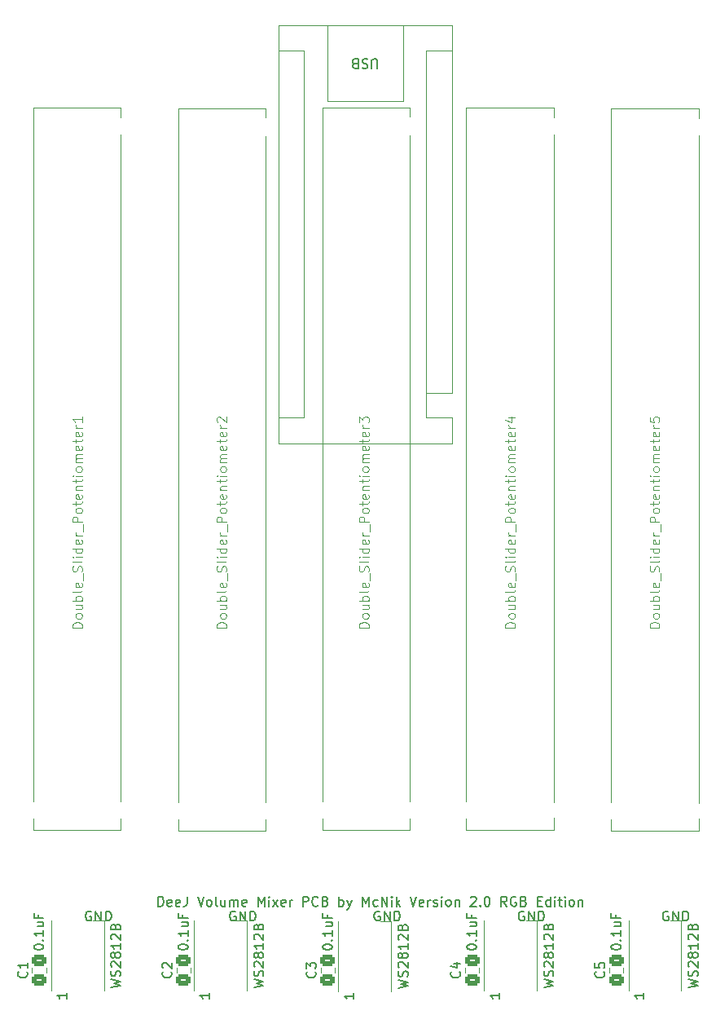
<source format=gto>
%TF.GenerationSoftware,KiCad,Pcbnew,8.0.0*%
%TF.CreationDate,2024-07-04T13:53:23+02:00*%
%TF.ProjectId,Audio-Controller V2.0,41756469-6f2d-4436-9f6e-74726f6c6c65,rev?*%
%TF.SameCoordinates,Original*%
%TF.FileFunction,Legend,Top*%
%TF.FilePolarity,Positive*%
%FSLAX46Y46*%
G04 Gerber Fmt 4.6, Leading zero omitted, Abs format (unit mm)*
G04 Created by KiCad (PCBNEW 8.0.0) date 2024-07-04 13:53:23*
%MOMM*%
%LPD*%
G01*
G04 APERTURE LIST*
G04 Aperture macros list*
%AMRoundRect*
0 Rectangle with rounded corners*
0 $1 Rounding radius*
0 $2 $3 $4 $5 $6 $7 $8 $9 X,Y pos of 4 corners*
0 Add a 4 corners polygon primitive as box body*
4,1,4,$2,$3,$4,$5,$6,$7,$8,$9,$2,$3,0*
0 Add four circle primitives for the rounded corners*
1,1,$1+$1,$2,$3*
1,1,$1+$1,$4,$5*
1,1,$1+$1,$6,$7*
1,1,$1+$1,$8,$9*
0 Add four rect primitives between the rounded corners*
20,1,$1+$1,$2,$3,$4,$5,0*
20,1,$1+$1,$4,$5,$6,$7,0*
20,1,$1+$1,$6,$7,$8,$9,0*
20,1,$1+$1,$8,$9,$2,$3,0*%
G04 Aperture macros list end*
%ADD10C,0.200000*%
%ADD11C,0.150000*%
%ADD12C,0.100000*%
%ADD13C,0.120000*%
%ADD14RoundRect,0.250000X0.475000X-0.337500X0.475000X0.337500X-0.475000X0.337500X-0.475000X-0.337500X0*%
%ADD15C,2.000000*%
%ADD16C,3.500000*%
%ADD17R,0.900000X1.500000*%
%ADD18R,1.600000X1.600000*%
%ADD19O,1.600000X1.600000*%
G04 APERTURE END LIST*
D10*
X55893482Y-108414838D02*
X55798244Y-108367219D01*
X55798244Y-108367219D02*
X55655387Y-108367219D01*
X55655387Y-108367219D02*
X55512530Y-108414838D01*
X55512530Y-108414838D02*
X55417292Y-108510076D01*
X55417292Y-108510076D02*
X55369673Y-108605314D01*
X55369673Y-108605314D02*
X55322054Y-108795790D01*
X55322054Y-108795790D02*
X55322054Y-108938647D01*
X55322054Y-108938647D02*
X55369673Y-109129123D01*
X55369673Y-109129123D02*
X55417292Y-109224361D01*
X55417292Y-109224361D02*
X55512530Y-109319600D01*
X55512530Y-109319600D02*
X55655387Y-109367219D01*
X55655387Y-109367219D02*
X55750625Y-109367219D01*
X55750625Y-109367219D02*
X55893482Y-109319600D01*
X55893482Y-109319600D02*
X55941101Y-109271980D01*
X55941101Y-109271980D02*
X55941101Y-108938647D01*
X55941101Y-108938647D02*
X55750625Y-108938647D01*
X56369673Y-109367219D02*
X56369673Y-108367219D01*
X56369673Y-108367219D02*
X56941101Y-109367219D01*
X56941101Y-109367219D02*
X56941101Y-108367219D01*
X57417292Y-109367219D02*
X57417292Y-108367219D01*
X57417292Y-108367219D02*
X57655387Y-108367219D01*
X57655387Y-108367219D02*
X57798244Y-108414838D01*
X57798244Y-108414838D02*
X57893482Y-108510076D01*
X57893482Y-108510076D02*
X57941101Y-108605314D01*
X57941101Y-108605314D02*
X57988720Y-108795790D01*
X57988720Y-108795790D02*
X57988720Y-108938647D01*
X57988720Y-108938647D02*
X57941101Y-109129123D01*
X57941101Y-109129123D02*
X57893482Y-109224361D01*
X57893482Y-109224361D02*
X57798244Y-109319600D01*
X57798244Y-109319600D02*
X57655387Y-109367219D01*
X57655387Y-109367219D02*
X57417292Y-109367219D01*
X62869673Y-107867219D02*
X62869673Y-106867219D01*
X62869673Y-106867219D02*
X63107768Y-106867219D01*
X63107768Y-106867219D02*
X63250625Y-106914838D01*
X63250625Y-106914838D02*
X63345863Y-107010076D01*
X63345863Y-107010076D02*
X63393482Y-107105314D01*
X63393482Y-107105314D02*
X63441101Y-107295790D01*
X63441101Y-107295790D02*
X63441101Y-107438647D01*
X63441101Y-107438647D02*
X63393482Y-107629123D01*
X63393482Y-107629123D02*
X63345863Y-107724361D01*
X63345863Y-107724361D02*
X63250625Y-107819600D01*
X63250625Y-107819600D02*
X63107768Y-107867219D01*
X63107768Y-107867219D02*
X62869673Y-107867219D01*
X64250625Y-107819600D02*
X64155387Y-107867219D01*
X64155387Y-107867219D02*
X63964911Y-107867219D01*
X63964911Y-107867219D02*
X63869673Y-107819600D01*
X63869673Y-107819600D02*
X63822054Y-107724361D01*
X63822054Y-107724361D02*
X63822054Y-107343409D01*
X63822054Y-107343409D02*
X63869673Y-107248171D01*
X63869673Y-107248171D02*
X63964911Y-107200552D01*
X63964911Y-107200552D02*
X64155387Y-107200552D01*
X64155387Y-107200552D02*
X64250625Y-107248171D01*
X64250625Y-107248171D02*
X64298244Y-107343409D01*
X64298244Y-107343409D02*
X64298244Y-107438647D01*
X64298244Y-107438647D02*
X63822054Y-107533885D01*
X65107768Y-107819600D02*
X65012530Y-107867219D01*
X65012530Y-107867219D02*
X64822054Y-107867219D01*
X64822054Y-107867219D02*
X64726816Y-107819600D01*
X64726816Y-107819600D02*
X64679197Y-107724361D01*
X64679197Y-107724361D02*
X64679197Y-107343409D01*
X64679197Y-107343409D02*
X64726816Y-107248171D01*
X64726816Y-107248171D02*
X64822054Y-107200552D01*
X64822054Y-107200552D02*
X65012530Y-107200552D01*
X65012530Y-107200552D02*
X65107768Y-107248171D01*
X65107768Y-107248171D02*
X65155387Y-107343409D01*
X65155387Y-107343409D02*
X65155387Y-107438647D01*
X65155387Y-107438647D02*
X64679197Y-107533885D01*
X65869673Y-106867219D02*
X65869673Y-107581504D01*
X65869673Y-107581504D02*
X65822054Y-107724361D01*
X65822054Y-107724361D02*
X65726816Y-107819600D01*
X65726816Y-107819600D02*
X65583959Y-107867219D01*
X65583959Y-107867219D02*
X65488721Y-107867219D01*
X66964912Y-106867219D02*
X67298245Y-107867219D01*
X67298245Y-107867219D02*
X67631578Y-106867219D01*
X68107769Y-107867219D02*
X68012531Y-107819600D01*
X68012531Y-107819600D02*
X67964912Y-107771980D01*
X67964912Y-107771980D02*
X67917293Y-107676742D01*
X67917293Y-107676742D02*
X67917293Y-107391028D01*
X67917293Y-107391028D02*
X67964912Y-107295790D01*
X67964912Y-107295790D02*
X68012531Y-107248171D01*
X68012531Y-107248171D02*
X68107769Y-107200552D01*
X68107769Y-107200552D02*
X68250626Y-107200552D01*
X68250626Y-107200552D02*
X68345864Y-107248171D01*
X68345864Y-107248171D02*
X68393483Y-107295790D01*
X68393483Y-107295790D02*
X68441102Y-107391028D01*
X68441102Y-107391028D02*
X68441102Y-107676742D01*
X68441102Y-107676742D02*
X68393483Y-107771980D01*
X68393483Y-107771980D02*
X68345864Y-107819600D01*
X68345864Y-107819600D02*
X68250626Y-107867219D01*
X68250626Y-107867219D02*
X68107769Y-107867219D01*
X69012531Y-107867219D02*
X68917293Y-107819600D01*
X68917293Y-107819600D02*
X68869674Y-107724361D01*
X68869674Y-107724361D02*
X68869674Y-106867219D01*
X69822055Y-107200552D02*
X69822055Y-107867219D01*
X69393484Y-107200552D02*
X69393484Y-107724361D01*
X69393484Y-107724361D02*
X69441103Y-107819600D01*
X69441103Y-107819600D02*
X69536341Y-107867219D01*
X69536341Y-107867219D02*
X69679198Y-107867219D01*
X69679198Y-107867219D02*
X69774436Y-107819600D01*
X69774436Y-107819600D02*
X69822055Y-107771980D01*
X70298246Y-107867219D02*
X70298246Y-107200552D01*
X70298246Y-107295790D02*
X70345865Y-107248171D01*
X70345865Y-107248171D02*
X70441103Y-107200552D01*
X70441103Y-107200552D02*
X70583960Y-107200552D01*
X70583960Y-107200552D02*
X70679198Y-107248171D01*
X70679198Y-107248171D02*
X70726817Y-107343409D01*
X70726817Y-107343409D02*
X70726817Y-107867219D01*
X70726817Y-107343409D02*
X70774436Y-107248171D01*
X70774436Y-107248171D02*
X70869674Y-107200552D01*
X70869674Y-107200552D02*
X71012531Y-107200552D01*
X71012531Y-107200552D02*
X71107770Y-107248171D01*
X71107770Y-107248171D02*
X71155389Y-107343409D01*
X71155389Y-107343409D02*
X71155389Y-107867219D01*
X72012531Y-107819600D02*
X71917293Y-107867219D01*
X71917293Y-107867219D02*
X71726817Y-107867219D01*
X71726817Y-107867219D02*
X71631579Y-107819600D01*
X71631579Y-107819600D02*
X71583960Y-107724361D01*
X71583960Y-107724361D02*
X71583960Y-107343409D01*
X71583960Y-107343409D02*
X71631579Y-107248171D01*
X71631579Y-107248171D02*
X71726817Y-107200552D01*
X71726817Y-107200552D02*
X71917293Y-107200552D01*
X71917293Y-107200552D02*
X72012531Y-107248171D01*
X72012531Y-107248171D02*
X72060150Y-107343409D01*
X72060150Y-107343409D02*
X72060150Y-107438647D01*
X72060150Y-107438647D02*
X71583960Y-107533885D01*
X73250627Y-107867219D02*
X73250627Y-106867219D01*
X73250627Y-106867219D02*
X73583960Y-107581504D01*
X73583960Y-107581504D02*
X73917293Y-106867219D01*
X73917293Y-106867219D02*
X73917293Y-107867219D01*
X74393484Y-107867219D02*
X74393484Y-107200552D01*
X74393484Y-106867219D02*
X74345865Y-106914838D01*
X74345865Y-106914838D02*
X74393484Y-106962457D01*
X74393484Y-106962457D02*
X74441103Y-106914838D01*
X74441103Y-106914838D02*
X74393484Y-106867219D01*
X74393484Y-106867219D02*
X74393484Y-106962457D01*
X74774436Y-107867219D02*
X75298245Y-107200552D01*
X74774436Y-107200552D02*
X75298245Y-107867219D01*
X76060150Y-107819600D02*
X75964912Y-107867219D01*
X75964912Y-107867219D02*
X75774436Y-107867219D01*
X75774436Y-107867219D02*
X75679198Y-107819600D01*
X75679198Y-107819600D02*
X75631579Y-107724361D01*
X75631579Y-107724361D02*
X75631579Y-107343409D01*
X75631579Y-107343409D02*
X75679198Y-107248171D01*
X75679198Y-107248171D02*
X75774436Y-107200552D01*
X75774436Y-107200552D02*
X75964912Y-107200552D01*
X75964912Y-107200552D02*
X76060150Y-107248171D01*
X76060150Y-107248171D02*
X76107769Y-107343409D01*
X76107769Y-107343409D02*
X76107769Y-107438647D01*
X76107769Y-107438647D02*
X75631579Y-107533885D01*
X76536341Y-107867219D02*
X76536341Y-107200552D01*
X76536341Y-107391028D02*
X76583960Y-107295790D01*
X76583960Y-107295790D02*
X76631579Y-107248171D01*
X76631579Y-107248171D02*
X76726817Y-107200552D01*
X76726817Y-107200552D02*
X76822055Y-107200552D01*
X77917294Y-107867219D02*
X77917294Y-106867219D01*
X77917294Y-106867219D02*
X78298246Y-106867219D01*
X78298246Y-106867219D02*
X78393484Y-106914838D01*
X78393484Y-106914838D02*
X78441103Y-106962457D01*
X78441103Y-106962457D02*
X78488722Y-107057695D01*
X78488722Y-107057695D02*
X78488722Y-107200552D01*
X78488722Y-107200552D02*
X78441103Y-107295790D01*
X78441103Y-107295790D02*
X78393484Y-107343409D01*
X78393484Y-107343409D02*
X78298246Y-107391028D01*
X78298246Y-107391028D02*
X77917294Y-107391028D01*
X79488722Y-107771980D02*
X79441103Y-107819600D01*
X79441103Y-107819600D02*
X79298246Y-107867219D01*
X79298246Y-107867219D02*
X79203008Y-107867219D01*
X79203008Y-107867219D02*
X79060151Y-107819600D01*
X79060151Y-107819600D02*
X78964913Y-107724361D01*
X78964913Y-107724361D02*
X78917294Y-107629123D01*
X78917294Y-107629123D02*
X78869675Y-107438647D01*
X78869675Y-107438647D02*
X78869675Y-107295790D01*
X78869675Y-107295790D02*
X78917294Y-107105314D01*
X78917294Y-107105314D02*
X78964913Y-107010076D01*
X78964913Y-107010076D02*
X79060151Y-106914838D01*
X79060151Y-106914838D02*
X79203008Y-106867219D01*
X79203008Y-106867219D02*
X79298246Y-106867219D01*
X79298246Y-106867219D02*
X79441103Y-106914838D01*
X79441103Y-106914838D02*
X79488722Y-106962457D01*
X80250627Y-107343409D02*
X80393484Y-107391028D01*
X80393484Y-107391028D02*
X80441103Y-107438647D01*
X80441103Y-107438647D02*
X80488722Y-107533885D01*
X80488722Y-107533885D02*
X80488722Y-107676742D01*
X80488722Y-107676742D02*
X80441103Y-107771980D01*
X80441103Y-107771980D02*
X80393484Y-107819600D01*
X80393484Y-107819600D02*
X80298246Y-107867219D01*
X80298246Y-107867219D02*
X79917294Y-107867219D01*
X79917294Y-107867219D02*
X79917294Y-106867219D01*
X79917294Y-106867219D02*
X80250627Y-106867219D01*
X80250627Y-106867219D02*
X80345865Y-106914838D01*
X80345865Y-106914838D02*
X80393484Y-106962457D01*
X80393484Y-106962457D02*
X80441103Y-107057695D01*
X80441103Y-107057695D02*
X80441103Y-107152933D01*
X80441103Y-107152933D02*
X80393484Y-107248171D01*
X80393484Y-107248171D02*
X80345865Y-107295790D01*
X80345865Y-107295790D02*
X80250627Y-107343409D01*
X80250627Y-107343409D02*
X79917294Y-107343409D01*
X81679199Y-107867219D02*
X81679199Y-106867219D01*
X81679199Y-107248171D02*
X81774437Y-107200552D01*
X81774437Y-107200552D02*
X81964913Y-107200552D01*
X81964913Y-107200552D02*
X82060151Y-107248171D01*
X82060151Y-107248171D02*
X82107770Y-107295790D01*
X82107770Y-107295790D02*
X82155389Y-107391028D01*
X82155389Y-107391028D02*
X82155389Y-107676742D01*
X82155389Y-107676742D02*
X82107770Y-107771980D01*
X82107770Y-107771980D02*
X82060151Y-107819600D01*
X82060151Y-107819600D02*
X81964913Y-107867219D01*
X81964913Y-107867219D02*
X81774437Y-107867219D01*
X81774437Y-107867219D02*
X81679199Y-107819600D01*
X82488723Y-107200552D02*
X82726818Y-107867219D01*
X82964913Y-107200552D02*
X82726818Y-107867219D01*
X82726818Y-107867219D02*
X82631580Y-108105314D01*
X82631580Y-108105314D02*
X82583961Y-108152933D01*
X82583961Y-108152933D02*
X82488723Y-108200552D01*
X84107771Y-107867219D02*
X84107771Y-106867219D01*
X84107771Y-106867219D02*
X84441104Y-107581504D01*
X84441104Y-107581504D02*
X84774437Y-106867219D01*
X84774437Y-106867219D02*
X84774437Y-107867219D01*
X85679199Y-107819600D02*
X85583961Y-107867219D01*
X85583961Y-107867219D02*
X85393485Y-107867219D01*
X85393485Y-107867219D02*
X85298247Y-107819600D01*
X85298247Y-107819600D02*
X85250628Y-107771980D01*
X85250628Y-107771980D02*
X85203009Y-107676742D01*
X85203009Y-107676742D02*
X85203009Y-107391028D01*
X85203009Y-107391028D02*
X85250628Y-107295790D01*
X85250628Y-107295790D02*
X85298247Y-107248171D01*
X85298247Y-107248171D02*
X85393485Y-107200552D01*
X85393485Y-107200552D02*
X85583961Y-107200552D01*
X85583961Y-107200552D02*
X85679199Y-107248171D01*
X86107771Y-107867219D02*
X86107771Y-106867219D01*
X86107771Y-106867219D02*
X86679199Y-107867219D01*
X86679199Y-107867219D02*
X86679199Y-106867219D01*
X87155390Y-107867219D02*
X87155390Y-107200552D01*
X87155390Y-106867219D02*
X87107771Y-106914838D01*
X87107771Y-106914838D02*
X87155390Y-106962457D01*
X87155390Y-106962457D02*
X87203009Y-106914838D01*
X87203009Y-106914838D02*
X87155390Y-106867219D01*
X87155390Y-106867219D02*
X87155390Y-106962457D01*
X87631580Y-107867219D02*
X87631580Y-106867219D01*
X87726818Y-107486266D02*
X88012532Y-107867219D01*
X88012532Y-107200552D02*
X87631580Y-107581504D01*
X89060152Y-106867219D02*
X89393485Y-107867219D01*
X89393485Y-107867219D02*
X89726818Y-106867219D01*
X90441104Y-107819600D02*
X90345866Y-107867219D01*
X90345866Y-107867219D02*
X90155390Y-107867219D01*
X90155390Y-107867219D02*
X90060152Y-107819600D01*
X90060152Y-107819600D02*
X90012533Y-107724361D01*
X90012533Y-107724361D02*
X90012533Y-107343409D01*
X90012533Y-107343409D02*
X90060152Y-107248171D01*
X90060152Y-107248171D02*
X90155390Y-107200552D01*
X90155390Y-107200552D02*
X90345866Y-107200552D01*
X90345866Y-107200552D02*
X90441104Y-107248171D01*
X90441104Y-107248171D02*
X90488723Y-107343409D01*
X90488723Y-107343409D02*
X90488723Y-107438647D01*
X90488723Y-107438647D02*
X90012533Y-107533885D01*
X90917295Y-107867219D02*
X90917295Y-107200552D01*
X90917295Y-107391028D02*
X90964914Y-107295790D01*
X90964914Y-107295790D02*
X91012533Y-107248171D01*
X91012533Y-107248171D02*
X91107771Y-107200552D01*
X91107771Y-107200552D02*
X91203009Y-107200552D01*
X91488724Y-107819600D02*
X91583962Y-107867219D01*
X91583962Y-107867219D02*
X91774438Y-107867219D01*
X91774438Y-107867219D02*
X91869676Y-107819600D01*
X91869676Y-107819600D02*
X91917295Y-107724361D01*
X91917295Y-107724361D02*
X91917295Y-107676742D01*
X91917295Y-107676742D02*
X91869676Y-107581504D01*
X91869676Y-107581504D02*
X91774438Y-107533885D01*
X91774438Y-107533885D02*
X91631581Y-107533885D01*
X91631581Y-107533885D02*
X91536343Y-107486266D01*
X91536343Y-107486266D02*
X91488724Y-107391028D01*
X91488724Y-107391028D02*
X91488724Y-107343409D01*
X91488724Y-107343409D02*
X91536343Y-107248171D01*
X91536343Y-107248171D02*
X91631581Y-107200552D01*
X91631581Y-107200552D02*
X91774438Y-107200552D01*
X91774438Y-107200552D02*
X91869676Y-107248171D01*
X92345867Y-107867219D02*
X92345867Y-107200552D01*
X92345867Y-106867219D02*
X92298248Y-106914838D01*
X92298248Y-106914838D02*
X92345867Y-106962457D01*
X92345867Y-106962457D02*
X92393486Y-106914838D01*
X92393486Y-106914838D02*
X92345867Y-106867219D01*
X92345867Y-106867219D02*
X92345867Y-106962457D01*
X92964914Y-107867219D02*
X92869676Y-107819600D01*
X92869676Y-107819600D02*
X92822057Y-107771980D01*
X92822057Y-107771980D02*
X92774438Y-107676742D01*
X92774438Y-107676742D02*
X92774438Y-107391028D01*
X92774438Y-107391028D02*
X92822057Y-107295790D01*
X92822057Y-107295790D02*
X92869676Y-107248171D01*
X92869676Y-107248171D02*
X92964914Y-107200552D01*
X92964914Y-107200552D02*
X93107771Y-107200552D01*
X93107771Y-107200552D02*
X93203009Y-107248171D01*
X93203009Y-107248171D02*
X93250628Y-107295790D01*
X93250628Y-107295790D02*
X93298247Y-107391028D01*
X93298247Y-107391028D02*
X93298247Y-107676742D01*
X93298247Y-107676742D02*
X93250628Y-107771980D01*
X93250628Y-107771980D02*
X93203009Y-107819600D01*
X93203009Y-107819600D02*
X93107771Y-107867219D01*
X93107771Y-107867219D02*
X92964914Y-107867219D01*
X93726819Y-107200552D02*
X93726819Y-107867219D01*
X93726819Y-107295790D02*
X93774438Y-107248171D01*
X93774438Y-107248171D02*
X93869676Y-107200552D01*
X93869676Y-107200552D02*
X94012533Y-107200552D01*
X94012533Y-107200552D02*
X94107771Y-107248171D01*
X94107771Y-107248171D02*
X94155390Y-107343409D01*
X94155390Y-107343409D02*
X94155390Y-107867219D01*
X95345867Y-106962457D02*
X95393486Y-106914838D01*
X95393486Y-106914838D02*
X95488724Y-106867219D01*
X95488724Y-106867219D02*
X95726819Y-106867219D01*
X95726819Y-106867219D02*
X95822057Y-106914838D01*
X95822057Y-106914838D02*
X95869676Y-106962457D01*
X95869676Y-106962457D02*
X95917295Y-107057695D01*
X95917295Y-107057695D02*
X95917295Y-107152933D01*
X95917295Y-107152933D02*
X95869676Y-107295790D01*
X95869676Y-107295790D02*
X95298248Y-107867219D01*
X95298248Y-107867219D02*
X95917295Y-107867219D01*
X96345867Y-107771980D02*
X96393486Y-107819600D01*
X96393486Y-107819600D02*
X96345867Y-107867219D01*
X96345867Y-107867219D02*
X96298248Y-107819600D01*
X96298248Y-107819600D02*
X96345867Y-107771980D01*
X96345867Y-107771980D02*
X96345867Y-107867219D01*
X97012533Y-106867219D02*
X97107771Y-106867219D01*
X97107771Y-106867219D02*
X97203009Y-106914838D01*
X97203009Y-106914838D02*
X97250628Y-106962457D01*
X97250628Y-106962457D02*
X97298247Y-107057695D01*
X97298247Y-107057695D02*
X97345866Y-107248171D01*
X97345866Y-107248171D02*
X97345866Y-107486266D01*
X97345866Y-107486266D02*
X97298247Y-107676742D01*
X97298247Y-107676742D02*
X97250628Y-107771980D01*
X97250628Y-107771980D02*
X97203009Y-107819600D01*
X97203009Y-107819600D02*
X97107771Y-107867219D01*
X97107771Y-107867219D02*
X97012533Y-107867219D01*
X97012533Y-107867219D02*
X96917295Y-107819600D01*
X96917295Y-107819600D02*
X96869676Y-107771980D01*
X96869676Y-107771980D02*
X96822057Y-107676742D01*
X96822057Y-107676742D02*
X96774438Y-107486266D01*
X96774438Y-107486266D02*
X96774438Y-107248171D01*
X96774438Y-107248171D02*
X96822057Y-107057695D01*
X96822057Y-107057695D02*
X96869676Y-106962457D01*
X96869676Y-106962457D02*
X96917295Y-106914838D01*
X96917295Y-106914838D02*
X97012533Y-106867219D01*
X99107771Y-107867219D02*
X98774438Y-107391028D01*
X98536343Y-107867219D02*
X98536343Y-106867219D01*
X98536343Y-106867219D02*
X98917295Y-106867219D01*
X98917295Y-106867219D02*
X99012533Y-106914838D01*
X99012533Y-106914838D02*
X99060152Y-106962457D01*
X99060152Y-106962457D02*
X99107771Y-107057695D01*
X99107771Y-107057695D02*
X99107771Y-107200552D01*
X99107771Y-107200552D02*
X99060152Y-107295790D01*
X99060152Y-107295790D02*
X99012533Y-107343409D01*
X99012533Y-107343409D02*
X98917295Y-107391028D01*
X98917295Y-107391028D02*
X98536343Y-107391028D01*
X100060152Y-106914838D02*
X99964914Y-106867219D01*
X99964914Y-106867219D02*
X99822057Y-106867219D01*
X99822057Y-106867219D02*
X99679200Y-106914838D01*
X99679200Y-106914838D02*
X99583962Y-107010076D01*
X99583962Y-107010076D02*
X99536343Y-107105314D01*
X99536343Y-107105314D02*
X99488724Y-107295790D01*
X99488724Y-107295790D02*
X99488724Y-107438647D01*
X99488724Y-107438647D02*
X99536343Y-107629123D01*
X99536343Y-107629123D02*
X99583962Y-107724361D01*
X99583962Y-107724361D02*
X99679200Y-107819600D01*
X99679200Y-107819600D02*
X99822057Y-107867219D01*
X99822057Y-107867219D02*
X99917295Y-107867219D01*
X99917295Y-107867219D02*
X100060152Y-107819600D01*
X100060152Y-107819600D02*
X100107771Y-107771980D01*
X100107771Y-107771980D02*
X100107771Y-107438647D01*
X100107771Y-107438647D02*
X99917295Y-107438647D01*
X100869676Y-107343409D02*
X101012533Y-107391028D01*
X101012533Y-107391028D02*
X101060152Y-107438647D01*
X101060152Y-107438647D02*
X101107771Y-107533885D01*
X101107771Y-107533885D02*
X101107771Y-107676742D01*
X101107771Y-107676742D02*
X101060152Y-107771980D01*
X101060152Y-107771980D02*
X101012533Y-107819600D01*
X101012533Y-107819600D02*
X100917295Y-107867219D01*
X100917295Y-107867219D02*
X100536343Y-107867219D01*
X100536343Y-107867219D02*
X100536343Y-106867219D01*
X100536343Y-106867219D02*
X100869676Y-106867219D01*
X100869676Y-106867219D02*
X100964914Y-106914838D01*
X100964914Y-106914838D02*
X101012533Y-106962457D01*
X101012533Y-106962457D02*
X101060152Y-107057695D01*
X101060152Y-107057695D02*
X101060152Y-107152933D01*
X101060152Y-107152933D02*
X101012533Y-107248171D01*
X101012533Y-107248171D02*
X100964914Y-107295790D01*
X100964914Y-107295790D02*
X100869676Y-107343409D01*
X100869676Y-107343409D02*
X100536343Y-107343409D01*
X102298248Y-107343409D02*
X102631581Y-107343409D01*
X102774438Y-107867219D02*
X102298248Y-107867219D01*
X102298248Y-107867219D02*
X102298248Y-106867219D01*
X102298248Y-106867219D02*
X102774438Y-106867219D01*
X103631581Y-107867219D02*
X103631581Y-106867219D01*
X103631581Y-107819600D02*
X103536343Y-107867219D01*
X103536343Y-107867219D02*
X103345867Y-107867219D01*
X103345867Y-107867219D02*
X103250629Y-107819600D01*
X103250629Y-107819600D02*
X103203010Y-107771980D01*
X103203010Y-107771980D02*
X103155391Y-107676742D01*
X103155391Y-107676742D02*
X103155391Y-107391028D01*
X103155391Y-107391028D02*
X103203010Y-107295790D01*
X103203010Y-107295790D02*
X103250629Y-107248171D01*
X103250629Y-107248171D02*
X103345867Y-107200552D01*
X103345867Y-107200552D02*
X103536343Y-107200552D01*
X103536343Y-107200552D02*
X103631581Y-107248171D01*
X104107772Y-107867219D02*
X104107772Y-107200552D01*
X104107772Y-106867219D02*
X104060153Y-106914838D01*
X104060153Y-106914838D02*
X104107772Y-106962457D01*
X104107772Y-106962457D02*
X104155391Y-106914838D01*
X104155391Y-106914838D02*
X104107772Y-106867219D01*
X104107772Y-106867219D02*
X104107772Y-106962457D01*
X104441105Y-107200552D02*
X104822057Y-107200552D01*
X104583962Y-106867219D02*
X104583962Y-107724361D01*
X104583962Y-107724361D02*
X104631581Y-107819600D01*
X104631581Y-107819600D02*
X104726819Y-107867219D01*
X104726819Y-107867219D02*
X104822057Y-107867219D01*
X105155391Y-107867219D02*
X105155391Y-107200552D01*
X105155391Y-106867219D02*
X105107772Y-106914838D01*
X105107772Y-106914838D02*
X105155391Y-106962457D01*
X105155391Y-106962457D02*
X105203010Y-106914838D01*
X105203010Y-106914838D02*
X105155391Y-106867219D01*
X105155391Y-106867219D02*
X105155391Y-106962457D01*
X105774438Y-107867219D02*
X105679200Y-107819600D01*
X105679200Y-107819600D02*
X105631581Y-107771980D01*
X105631581Y-107771980D02*
X105583962Y-107676742D01*
X105583962Y-107676742D02*
X105583962Y-107391028D01*
X105583962Y-107391028D02*
X105631581Y-107295790D01*
X105631581Y-107295790D02*
X105679200Y-107248171D01*
X105679200Y-107248171D02*
X105774438Y-107200552D01*
X105774438Y-107200552D02*
X105917295Y-107200552D01*
X105917295Y-107200552D02*
X106012533Y-107248171D01*
X106012533Y-107248171D02*
X106060152Y-107295790D01*
X106060152Y-107295790D02*
X106107771Y-107391028D01*
X106107771Y-107391028D02*
X106107771Y-107676742D01*
X106107771Y-107676742D02*
X106060152Y-107771980D01*
X106060152Y-107771980D02*
X106012533Y-107819600D01*
X106012533Y-107819600D02*
X105917295Y-107867219D01*
X105917295Y-107867219D02*
X105774438Y-107867219D01*
X106536343Y-107200552D02*
X106536343Y-107867219D01*
X106536343Y-107295790D02*
X106583962Y-107248171D01*
X106583962Y-107248171D02*
X106679200Y-107200552D01*
X106679200Y-107200552D02*
X106822057Y-107200552D01*
X106822057Y-107200552D02*
X106917295Y-107248171D01*
X106917295Y-107248171D02*
X106964914Y-107343409D01*
X106964914Y-107343409D02*
X106964914Y-107867219D01*
X100893482Y-108414838D02*
X100798244Y-108367219D01*
X100798244Y-108367219D02*
X100655387Y-108367219D01*
X100655387Y-108367219D02*
X100512530Y-108414838D01*
X100512530Y-108414838D02*
X100417292Y-108510076D01*
X100417292Y-108510076D02*
X100369673Y-108605314D01*
X100369673Y-108605314D02*
X100322054Y-108795790D01*
X100322054Y-108795790D02*
X100322054Y-108938647D01*
X100322054Y-108938647D02*
X100369673Y-109129123D01*
X100369673Y-109129123D02*
X100417292Y-109224361D01*
X100417292Y-109224361D02*
X100512530Y-109319600D01*
X100512530Y-109319600D02*
X100655387Y-109367219D01*
X100655387Y-109367219D02*
X100750625Y-109367219D01*
X100750625Y-109367219D02*
X100893482Y-109319600D01*
X100893482Y-109319600D02*
X100941101Y-109271980D01*
X100941101Y-109271980D02*
X100941101Y-108938647D01*
X100941101Y-108938647D02*
X100750625Y-108938647D01*
X101369673Y-109367219D02*
X101369673Y-108367219D01*
X101369673Y-108367219D02*
X101941101Y-109367219D01*
X101941101Y-109367219D02*
X101941101Y-108367219D01*
X102417292Y-109367219D02*
X102417292Y-108367219D01*
X102417292Y-108367219D02*
X102655387Y-108367219D01*
X102655387Y-108367219D02*
X102798244Y-108414838D01*
X102798244Y-108414838D02*
X102893482Y-108510076D01*
X102893482Y-108510076D02*
X102941101Y-108605314D01*
X102941101Y-108605314D02*
X102988720Y-108795790D01*
X102988720Y-108795790D02*
X102988720Y-108938647D01*
X102988720Y-108938647D02*
X102941101Y-109129123D01*
X102941101Y-109129123D02*
X102893482Y-109224361D01*
X102893482Y-109224361D02*
X102798244Y-109319600D01*
X102798244Y-109319600D02*
X102655387Y-109367219D01*
X102655387Y-109367219D02*
X102417292Y-109367219D01*
X115893482Y-108414838D02*
X115798244Y-108367219D01*
X115798244Y-108367219D02*
X115655387Y-108367219D01*
X115655387Y-108367219D02*
X115512530Y-108414838D01*
X115512530Y-108414838D02*
X115417292Y-108510076D01*
X115417292Y-108510076D02*
X115369673Y-108605314D01*
X115369673Y-108605314D02*
X115322054Y-108795790D01*
X115322054Y-108795790D02*
X115322054Y-108938647D01*
X115322054Y-108938647D02*
X115369673Y-109129123D01*
X115369673Y-109129123D02*
X115417292Y-109224361D01*
X115417292Y-109224361D02*
X115512530Y-109319600D01*
X115512530Y-109319600D02*
X115655387Y-109367219D01*
X115655387Y-109367219D02*
X115750625Y-109367219D01*
X115750625Y-109367219D02*
X115893482Y-109319600D01*
X115893482Y-109319600D02*
X115941101Y-109271980D01*
X115941101Y-109271980D02*
X115941101Y-108938647D01*
X115941101Y-108938647D02*
X115750625Y-108938647D01*
X116369673Y-109367219D02*
X116369673Y-108367219D01*
X116369673Y-108367219D02*
X116941101Y-109367219D01*
X116941101Y-109367219D02*
X116941101Y-108367219D01*
X117417292Y-109367219D02*
X117417292Y-108367219D01*
X117417292Y-108367219D02*
X117655387Y-108367219D01*
X117655387Y-108367219D02*
X117798244Y-108414838D01*
X117798244Y-108414838D02*
X117893482Y-108510076D01*
X117893482Y-108510076D02*
X117941101Y-108605314D01*
X117941101Y-108605314D02*
X117988720Y-108795790D01*
X117988720Y-108795790D02*
X117988720Y-108938647D01*
X117988720Y-108938647D02*
X117941101Y-109129123D01*
X117941101Y-109129123D02*
X117893482Y-109224361D01*
X117893482Y-109224361D02*
X117798244Y-109319600D01*
X117798244Y-109319600D02*
X117655387Y-109367219D01*
X117655387Y-109367219D02*
X117417292Y-109367219D01*
X85893482Y-108414838D02*
X85798244Y-108367219D01*
X85798244Y-108367219D02*
X85655387Y-108367219D01*
X85655387Y-108367219D02*
X85512530Y-108414838D01*
X85512530Y-108414838D02*
X85417292Y-108510076D01*
X85417292Y-108510076D02*
X85369673Y-108605314D01*
X85369673Y-108605314D02*
X85322054Y-108795790D01*
X85322054Y-108795790D02*
X85322054Y-108938647D01*
X85322054Y-108938647D02*
X85369673Y-109129123D01*
X85369673Y-109129123D02*
X85417292Y-109224361D01*
X85417292Y-109224361D02*
X85512530Y-109319600D01*
X85512530Y-109319600D02*
X85655387Y-109367219D01*
X85655387Y-109367219D02*
X85750625Y-109367219D01*
X85750625Y-109367219D02*
X85893482Y-109319600D01*
X85893482Y-109319600D02*
X85941101Y-109271980D01*
X85941101Y-109271980D02*
X85941101Y-108938647D01*
X85941101Y-108938647D02*
X85750625Y-108938647D01*
X86369673Y-109367219D02*
X86369673Y-108367219D01*
X86369673Y-108367219D02*
X86941101Y-109367219D01*
X86941101Y-109367219D02*
X86941101Y-108367219D01*
X87417292Y-109367219D02*
X87417292Y-108367219D01*
X87417292Y-108367219D02*
X87655387Y-108367219D01*
X87655387Y-108367219D02*
X87798244Y-108414838D01*
X87798244Y-108414838D02*
X87893482Y-108510076D01*
X87893482Y-108510076D02*
X87941101Y-108605314D01*
X87941101Y-108605314D02*
X87988720Y-108795790D01*
X87988720Y-108795790D02*
X87988720Y-108938647D01*
X87988720Y-108938647D02*
X87941101Y-109129123D01*
X87941101Y-109129123D02*
X87893482Y-109224361D01*
X87893482Y-109224361D02*
X87798244Y-109319600D01*
X87798244Y-109319600D02*
X87655387Y-109367219D01*
X87655387Y-109367219D02*
X87417292Y-109367219D01*
X70893482Y-108414838D02*
X70798244Y-108367219D01*
X70798244Y-108367219D02*
X70655387Y-108367219D01*
X70655387Y-108367219D02*
X70512530Y-108414838D01*
X70512530Y-108414838D02*
X70417292Y-108510076D01*
X70417292Y-108510076D02*
X70369673Y-108605314D01*
X70369673Y-108605314D02*
X70322054Y-108795790D01*
X70322054Y-108795790D02*
X70322054Y-108938647D01*
X70322054Y-108938647D02*
X70369673Y-109129123D01*
X70369673Y-109129123D02*
X70417292Y-109224361D01*
X70417292Y-109224361D02*
X70512530Y-109319600D01*
X70512530Y-109319600D02*
X70655387Y-109367219D01*
X70655387Y-109367219D02*
X70750625Y-109367219D01*
X70750625Y-109367219D02*
X70893482Y-109319600D01*
X70893482Y-109319600D02*
X70941101Y-109271980D01*
X70941101Y-109271980D02*
X70941101Y-108938647D01*
X70941101Y-108938647D02*
X70750625Y-108938647D01*
X71369673Y-109367219D02*
X71369673Y-108367219D01*
X71369673Y-108367219D02*
X71941101Y-109367219D01*
X71941101Y-109367219D02*
X71941101Y-108367219D01*
X72417292Y-109367219D02*
X72417292Y-108367219D01*
X72417292Y-108367219D02*
X72655387Y-108367219D01*
X72655387Y-108367219D02*
X72798244Y-108414838D01*
X72798244Y-108414838D02*
X72893482Y-108510076D01*
X72893482Y-108510076D02*
X72941101Y-108605314D01*
X72941101Y-108605314D02*
X72988720Y-108795790D01*
X72988720Y-108795790D02*
X72988720Y-108938647D01*
X72988720Y-108938647D02*
X72941101Y-109129123D01*
X72941101Y-109129123D02*
X72893482Y-109224361D01*
X72893482Y-109224361D02*
X72798244Y-109319600D01*
X72798244Y-109319600D02*
X72655387Y-109367219D01*
X72655387Y-109367219D02*
X72417292Y-109367219D01*
D11*
X79179580Y-114666666D02*
X79227200Y-114714285D01*
X79227200Y-114714285D02*
X79274819Y-114857142D01*
X79274819Y-114857142D02*
X79274819Y-114952380D01*
X79274819Y-114952380D02*
X79227200Y-115095237D01*
X79227200Y-115095237D02*
X79131961Y-115190475D01*
X79131961Y-115190475D02*
X79036723Y-115238094D01*
X79036723Y-115238094D02*
X78846247Y-115285713D01*
X78846247Y-115285713D02*
X78703390Y-115285713D01*
X78703390Y-115285713D02*
X78512914Y-115238094D01*
X78512914Y-115238094D02*
X78417676Y-115190475D01*
X78417676Y-115190475D02*
X78322438Y-115095237D01*
X78322438Y-115095237D02*
X78274819Y-114952380D01*
X78274819Y-114952380D02*
X78274819Y-114857142D01*
X78274819Y-114857142D02*
X78322438Y-114714285D01*
X78322438Y-114714285D02*
X78370057Y-114666666D01*
X78274819Y-114333332D02*
X78274819Y-113714285D01*
X78274819Y-113714285D02*
X78655771Y-114047618D01*
X78655771Y-114047618D02*
X78655771Y-113904761D01*
X78655771Y-113904761D02*
X78703390Y-113809523D01*
X78703390Y-113809523D02*
X78751009Y-113761904D01*
X78751009Y-113761904D02*
X78846247Y-113714285D01*
X78846247Y-113714285D02*
X79084342Y-113714285D01*
X79084342Y-113714285D02*
X79179580Y-113761904D01*
X79179580Y-113761904D02*
X79227200Y-113809523D01*
X79227200Y-113809523D02*
X79274819Y-113904761D01*
X79274819Y-113904761D02*
X79274819Y-114190475D01*
X79274819Y-114190475D02*
X79227200Y-114285713D01*
X79227200Y-114285713D02*
X79179580Y-114333332D01*
X79954819Y-112142856D02*
X79954819Y-112047618D01*
X79954819Y-112047618D02*
X80002438Y-111952380D01*
X80002438Y-111952380D02*
X80050057Y-111904761D01*
X80050057Y-111904761D02*
X80145295Y-111857142D01*
X80145295Y-111857142D02*
X80335771Y-111809523D01*
X80335771Y-111809523D02*
X80573866Y-111809523D01*
X80573866Y-111809523D02*
X80764342Y-111857142D01*
X80764342Y-111857142D02*
X80859580Y-111904761D01*
X80859580Y-111904761D02*
X80907200Y-111952380D01*
X80907200Y-111952380D02*
X80954819Y-112047618D01*
X80954819Y-112047618D02*
X80954819Y-112142856D01*
X80954819Y-112142856D02*
X80907200Y-112238094D01*
X80907200Y-112238094D02*
X80859580Y-112285713D01*
X80859580Y-112285713D02*
X80764342Y-112333332D01*
X80764342Y-112333332D02*
X80573866Y-112380951D01*
X80573866Y-112380951D02*
X80335771Y-112380951D01*
X80335771Y-112380951D02*
X80145295Y-112333332D01*
X80145295Y-112333332D02*
X80050057Y-112285713D01*
X80050057Y-112285713D02*
X80002438Y-112238094D01*
X80002438Y-112238094D02*
X79954819Y-112142856D01*
X80859580Y-111380951D02*
X80907200Y-111333332D01*
X80907200Y-111333332D02*
X80954819Y-111380951D01*
X80954819Y-111380951D02*
X80907200Y-111428570D01*
X80907200Y-111428570D02*
X80859580Y-111380951D01*
X80859580Y-111380951D02*
X80954819Y-111380951D01*
X80954819Y-110380952D02*
X80954819Y-110952380D01*
X80954819Y-110666666D02*
X79954819Y-110666666D01*
X79954819Y-110666666D02*
X80097676Y-110761904D01*
X80097676Y-110761904D02*
X80192914Y-110857142D01*
X80192914Y-110857142D02*
X80240533Y-110952380D01*
X80288152Y-109523809D02*
X80954819Y-109523809D01*
X80288152Y-109952380D02*
X80811961Y-109952380D01*
X80811961Y-109952380D02*
X80907200Y-109904761D01*
X80907200Y-109904761D02*
X80954819Y-109809523D01*
X80954819Y-109809523D02*
X80954819Y-109666666D01*
X80954819Y-109666666D02*
X80907200Y-109571428D01*
X80907200Y-109571428D02*
X80859580Y-109523809D01*
X80431009Y-108714285D02*
X80431009Y-109047618D01*
X80954819Y-109047618D02*
X79954819Y-109047618D01*
X79954819Y-109047618D02*
X79954819Y-108571428D01*
D12*
X114957419Y-78928572D02*
X113957419Y-78928572D01*
X113957419Y-78928572D02*
X113957419Y-78690477D01*
X113957419Y-78690477D02*
X114005038Y-78547620D01*
X114005038Y-78547620D02*
X114100276Y-78452382D01*
X114100276Y-78452382D02*
X114195514Y-78404763D01*
X114195514Y-78404763D02*
X114385990Y-78357144D01*
X114385990Y-78357144D02*
X114528847Y-78357144D01*
X114528847Y-78357144D02*
X114719323Y-78404763D01*
X114719323Y-78404763D02*
X114814561Y-78452382D01*
X114814561Y-78452382D02*
X114909800Y-78547620D01*
X114909800Y-78547620D02*
X114957419Y-78690477D01*
X114957419Y-78690477D02*
X114957419Y-78928572D01*
X114957419Y-77785715D02*
X114909800Y-77880953D01*
X114909800Y-77880953D02*
X114862180Y-77928572D01*
X114862180Y-77928572D02*
X114766942Y-77976191D01*
X114766942Y-77976191D02*
X114481228Y-77976191D01*
X114481228Y-77976191D02*
X114385990Y-77928572D01*
X114385990Y-77928572D02*
X114338371Y-77880953D01*
X114338371Y-77880953D02*
X114290752Y-77785715D01*
X114290752Y-77785715D02*
X114290752Y-77642858D01*
X114290752Y-77642858D02*
X114338371Y-77547620D01*
X114338371Y-77547620D02*
X114385990Y-77500001D01*
X114385990Y-77500001D02*
X114481228Y-77452382D01*
X114481228Y-77452382D02*
X114766942Y-77452382D01*
X114766942Y-77452382D02*
X114862180Y-77500001D01*
X114862180Y-77500001D02*
X114909800Y-77547620D01*
X114909800Y-77547620D02*
X114957419Y-77642858D01*
X114957419Y-77642858D02*
X114957419Y-77785715D01*
X114290752Y-76595239D02*
X114957419Y-76595239D01*
X114290752Y-77023810D02*
X114814561Y-77023810D01*
X114814561Y-77023810D02*
X114909800Y-76976191D01*
X114909800Y-76976191D02*
X114957419Y-76880953D01*
X114957419Y-76880953D02*
X114957419Y-76738096D01*
X114957419Y-76738096D02*
X114909800Y-76642858D01*
X114909800Y-76642858D02*
X114862180Y-76595239D01*
X114957419Y-76119048D02*
X113957419Y-76119048D01*
X114338371Y-76119048D02*
X114290752Y-76023810D01*
X114290752Y-76023810D02*
X114290752Y-75833334D01*
X114290752Y-75833334D02*
X114338371Y-75738096D01*
X114338371Y-75738096D02*
X114385990Y-75690477D01*
X114385990Y-75690477D02*
X114481228Y-75642858D01*
X114481228Y-75642858D02*
X114766942Y-75642858D01*
X114766942Y-75642858D02*
X114862180Y-75690477D01*
X114862180Y-75690477D02*
X114909800Y-75738096D01*
X114909800Y-75738096D02*
X114957419Y-75833334D01*
X114957419Y-75833334D02*
X114957419Y-76023810D01*
X114957419Y-76023810D02*
X114909800Y-76119048D01*
X114957419Y-75071429D02*
X114909800Y-75166667D01*
X114909800Y-75166667D02*
X114814561Y-75214286D01*
X114814561Y-75214286D02*
X113957419Y-75214286D01*
X114909800Y-74309524D02*
X114957419Y-74404762D01*
X114957419Y-74404762D02*
X114957419Y-74595238D01*
X114957419Y-74595238D02*
X114909800Y-74690476D01*
X114909800Y-74690476D02*
X114814561Y-74738095D01*
X114814561Y-74738095D02*
X114433609Y-74738095D01*
X114433609Y-74738095D02*
X114338371Y-74690476D01*
X114338371Y-74690476D02*
X114290752Y-74595238D01*
X114290752Y-74595238D02*
X114290752Y-74404762D01*
X114290752Y-74404762D02*
X114338371Y-74309524D01*
X114338371Y-74309524D02*
X114433609Y-74261905D01*
X114433609Y-74261905D02*
X114528847Y-74261905D01*
X114528847Y-74261905D02*
X114624085Y-74738095D01*
X115052657Y-74071429D02*
X115052657Y-73309524D01*
X114909800Y-73119047D02*
X114957419Y-72976190D01*
X114957419Y-72976190D02*
X114957419Y-72738095D01*
X114957419Y-72738095D02*
X114909800Y-72642857D01*
X114909800Y-72642857D02*
X114862180Y-72595238D01*
X114862180Y-72595238D02*
X114766942Y-72547619D01*
X114766942Y-72547619D02*
X114671704Y-72547619D01*
X114671704Y-72547619D02*
X114576466Y-72595238D01*
X114576466Y-72595238D02*
X114528847Y-72642857D01*
X114528847Y-72642857D02*
X114481228Y-72738095D01*
X114481228Y-72738095D02*
X114433609Y-72928571D01*
X114433609Y-72928571D02*
X114385990Y-73023809D01*
X114385990Y-73023809D02*
X114338371Y-73071428D01*
X114338371Y-73071428D02*
X114243133Y-73119047D01*
X114243133Y-73119047D02*
X114147895Y-73119047D01*
X114147895Y-73119047D02*
X114052657Y-73071428D01*
X114052657Y-73071428D02*
X114005038Y-73023809D01*
X114005038Y-73023809D02*
X113957419Y-72928571D01*
X113957419Y-72928571D02*
X113957419Y-72690476D01*
X113957419Y-72690476D02*
X114005038Y-72547619D01*
X114957419Y-71976190D02*
X114909800Y-72071428D01*
X114909800Y-72071428D02*
X114814561Y-72119047D01*
X114814561Y-72119047D02*
X113957419Y-72119047D01*
X114957419Y-71595237D02*
X114290752Y-71595237D01*
X113957419Y-71595237D02*
X114005038Y-71642856D01*
X114005038Y-71642856D02*
X114052657Y-71595237D01*
X114052657Y-71595237D02*
X114005038Y-71547618D01*
X114005038Y-71547618D02*
X113957419Y-71595237D01*
X113957419Y-71595237D02*
X114052657Y-71595237D01*
X114957419Y-70690476D02*
X113957419Y-70690476D01*
X114909800Y-70690476D02*
X114957419Y-70785714D01*
X114957419Y-70785714D02*
X114957419Y-70976190D01*
X114957419Y-70976190D02*
X114909800Y-71071428D01*
X114909800Y-71071428D02*
X114862180Y-71119047D01*
X114862180Y-71119047D02*
X114766942Y-71166666D01*
X114766942Y-71166666D02*
X114481228Y-71166666D01*
X114481228Y-71166666D02*
X114385990Y-71119047D01*
X114385990Y-71119047D02*
X114338371Y-71071428D01*
X114338371Y-71071428D02*
X114290752Y-70976190D01*
X114290752Y-70976190D02*
X114290752Y-70785714D01*
X114290752Y-70785714D02*
X114338371Y-70690476D01*
X114909800Y-69833333D02*
X114957419Y-69928571D01*
X114957419Y-69928571D02*
X114957419Y-70119047D01*
X114957419Y-70119047D02*
X114909800Y-70214285D01*
X114909800Y-70214285D02*
X114814561Y-70261904D01*
X114814561Y-70261904D02*
X114433609Y-70261904D01*
X114433609Y-70261904D02*
X114338371Y-70214285D01*
X114338371Y-70214285D02*
X114290752Y-70119047D01*
X114290752Y-70119047D02*
X114290752Y-69928571D01*
X114290752Y-69928571D02*
X114338371Y-69833333D01*
X114338371Y-69833333D02*
X114433609Y-69785714D01*
X114433609Y-69785714D02*
X114528847Y-69785714D01*
X114528847Y-69785714D02*
X114624085Y-70261904D01*
X114957419Y-69357142D02*
X114290752Y-69357142D01*
X114481228Y-69357142D02*
X114385990Y-69309523D01*
X114385990Y-69309523D02*
X114338371Y-69261904D01*
X114338371Y-69261904D02*
X114290752Y-69166666D01*
X114290752Y-69166666D02*
X114290752Y-69071428D01*
X115052657Y-68976190D02*
X115052657Y-68214285D01*
X114957419Y-67976189D02*
X113957419Y-67976189D01*
X113957419Y-67976189D02*
X113957419Y-67595237D01*
X113957419Y-67595237D02*
X114005038Y-67499999D01*
X114005038Y-67499999D02*
X114052657Y-67452380D01*
X114052657Y-67452380D02*
X114147895Y-67404761D01*
X114147895Y-67404761D02*
X114290752Y-67404761D01*
X114290752Y-67404761D02*
X114385990Y-67452380D01*
X114385990Y-67452380D02*
X114433609Y-67499999D01*
X114433609Y-67499999D02*
X114481228Y-67595237D01*
X114481228Y-67595237D02*
X114481228Y-67976189D01*
X114957419Y-66833332D02*
X114909800Y-66928570D01*
X114909800Y-66928570D02*
X114862180Y-66976189D01*
X114862180Y-66976189D02*
X114766942Y-67023808D01*
X114766942Y-67023808D02*
X114481228Y-67023808D01*
X114481228Y-67023808D02*
X114385990Y-66976189D01*
X114385990Y-66976189D02*
X114338371Y-66928570D01*
X114338371Y-66928570D02*
X114290752Y-66833332D01*
X114290752Y-66833332D02*
X114290752Y-66690475D01*
X114290752Y-66690475D02*
X114338371Y-66595237D01*
X114338371Y-66595237D02*
X114385990Y-66547618D01*
X114385990Y-66547618D02*
X114481228Y-66499999D01*
X114481228Y-66499999D02*
X114766942Y-66499999D01*
X114766942Y-66499999D02*
X114862180Y-66547618D01*
X114862180Y-66547618D02*
X114909800Y-66595237D01*
X114909800Y-66595237D02*
X114957419Y-66690475D01*
X114957419Y-66690475D02*
X114957419Y-66833332D01*
X114290752Y-66214284D02*
X114290752Y-65833332D01*
X113957419Y-66071427D02*
X114814561Y-66071427D01*
X114814561Y-66071427D02*
X114909800Y-66023808D01*
X114909800Y-66023808D02*
X114957419Y-65928570D01*
X114957419Y-65928570D02*
X114957419Y-65833332D01*
X114909800Y-65119046D02*
X114957419Y-65214284D01*
X114957419Y-65214284D02*
X114957419Y-65404760D01*
X114957419Y-65404760D02*
X114909800Y-65499998D01*
X114909800Y-65499998D02*
X114814561Y-65547617D01*
X114814561Y-65547617D02*
X114433609Y-65547617D01*
X114433609Y-65547617D02*
X114338371Y-65499998D01*
X114338371Y-65499998D02*
X114290752Y-65404760D01*
X114290752Y-65404760D02*
X114290752Y-65214284D01*
X114290752Y-65214284D02*
X114338371Y-65119046D01*
X114338371Y-65119046D02*
X114433609Y-65071427D01*
X114433609Y-65071427D02*
X114528847Y-65071427D01*
X114528847Y-65071427D02*
X114624085Y-65547617D01*
X114290752Y-64642855D02*
X114957419Y-64642855D01*
X114385990Y-64642855D02*
X114338371Y-64595236D01*
X114338371Y-64595236D02*
X114290752Y-64499998D01*
X114290752Y-64499998D02*
X114290752Y-64357141D01*
X114290752Y-64357141D02*
X114338371Y-64261903D01*
X114338371Y-64261903D02*
X114433609Y-64214284D01*
X114433609Y-64214284D02*
X114957419Y-64214284D01*
X114290752Y-63880950D02*
X114290752Y-63499998D01*
X113957419Y-63738093D02*
X114814561Y-63738093D01*
X114814561Y-63738093D02*
X114909800Y-63690474D01*
X114909800Y-63690474D02*
X114957419Y-63595236D01*
X114957419Y-63595236D02*
X114957419Y-63499998D01*
X114957419Y-63166664D02*
X114290752Y-63166664D01*
X113957419Y-63166664D02*
X114005038Y-63214283D01*
X114005038Y-63214283D02*
X114052657Y-63166664D01*
X114052657Y-63166664D02*
X114005038Y-63119045D01*
X114005038Y-63119045D02*
X113957419Y-63166664D01*
X113957419Y-63166664D02*
X114052657Y-63166664D01*
X114957419Y-62547617D02*
X114909800Y-62642855D01*
X114909800Y-62642855D02*
X114862180Y-62690474D01*
X114862180Y-62690474D02*
X114766942Y-62738093D01*
X114766942Y-62738093D02*
X114481228Y-62738093D01*
X114481228Y-62738093D02*
X114385990Y-62690474D01*
X114385990Y-62690474D02*
X114338371Y-62642855D01*
X114338371Y-62642855D02*
X114290752Y-62547617D01*
X114290752Y-62547617D02*
X114290752Y-62404760D01*
X114290752Y-62404760D02*
X114338371Y-62309522D01*
X114338371Y-62309522D02*
X114385990Y-62261903D01*
X114385990Y-62261903D02*
X114481228Y-62214284D01*
X114481228Y-62214284D02*
X114766942Y-62214284D01*
X114766942Y-62214284D02*
X114862180Y-62261903D01*
X114862180Y-62261903D02*
X114909800Y-62309522D01*
X114909800Y-62309522D02*
X114957419Y-62404760D01*
X114957419Y-62404760D02*
X114957419Y-62547617D01*
X114957419Y-61785712D02*
X114290752Y-61785712D01*
X114385990Y-61785712D02*
X114338371Y-61738093D01*
X114338371Y-61738093D02*
X114290752Y-61642855D01*
X114290752Y-61642855D02*
X114290752Y-61499998D01*
X114290752Y-61499998D02*
X114338371Y-61404760D01*
X114338371Y-61404760D02*
X114433609Y-61357141D01*
X114433609Y-61357141D02*
X114957419Y-61357141D01*
X114433609Y-61357141D02*
X114338371Y-61309522D01*
X114338371Y-61309522D02*
X114290752Y-61214284D01*
X114290752Y-61214284D02*
X114290752Y-61071427D01*
X114290752Y-61071427D02*
X114338371Y-60976188D01*
X114338371Y-60976188D02*
X114433609Y-60928569D01*
X114433609Y-60928569D02*
X114957419Y-60928569D01*
X114909800Y-60071427D02*
X114957419Y-60166665D01*
X114957419Y-60166665D02*
X114957419Y-60357141D01*
X114957419Y-60357141D02*
X114909800Y-60452379D01*
X114909800Y-60452379D02*
X114814561Y-60499998D01*
X114814561Y-60499998D02*
X114433609Y-60499998D01*
X114433609Y-60499998D02*
X114338371Y-60452379D01*
X114338371Y-60452379D02*
X114290752Y-60357141D01*
X114290752Y-60357141D02*
X114290752Y-60166665D01*
X114290752Y-60166665D02*
X114338371Y-60071427D01*
X114338371Y-60071427D02*
X114433609Y-60023808D01*
X114433609Y-60023808D02*
X114528847Y-60023808D01*
X114528847Y-60023808D02*
X114624085Y-60499998D01*
X114290752Y-59738093D02*
X114290752Y-59357141D01*
X113957419Y-59595236D02*
X114814561Y-59595236D01*
X114814561Y-59595236D02*
X114909800Y-59547617D01*
X114909800Y-59547617D02*
X114957419Y-59452379D01*
X114957419Y-59452379D02*
X114957419Y-59357141D01*
X114909800Y-58642855D02*
X114957419Y-58738093D01*
X114957419Y-58738093D02*
X114957419Y-58928569D01*
X114957419Y-58928569D02*
X114909800Y-59023807D01*
X114909800Y-59023807D02*
X114814561Y-59071426D01*
X114814561Y-59071426D02*
X114433609Y-59071426D01*
X114433609Y-59071426D02*
X114338371Y-59023807D01*
X114338371Y-59023807D02*
X114290752Y-58928569D01*
X114290752Y-58928569D02*
X114290752Y-58738093D01*
X114290752Y-58738093D02*
X114338371Y-58642855D01*
X114338371Y-58642855D02*
X114433609Y-58595236D01*
X114433609Y-58595236D02*
X114528847Y-58595236D01*
X114528847Y-58595236D02*
X114624085Y-59071426D01*
X114957419Y-58166664D02*
X114290752Y-58166664D01*
X114481228Y-58166664D02*
X114385990Y-58119045D01*
X114385990Y-58119045D02*
X114338371Y-58071426D01*
X114338371Y-58071426D02*
X114290752Y-57976188D01*
X114290752Y-57976188D02*
X114290752Y-57880950D01*
X113957419Y-57071426D02*
X113957419Y-57547616D01*
X113957419Y-57547616D02*
X114433609Y-57595235D01*
X114433609Y-57595235D02*
X114385990Y-57547616D01*
X114385990Y-57547616D02*
X114338371Y-57452378D01*
X114338371Y-57452378D02*
X114338371Y-57214283D01*
X114338371Y-57214283D02*
X114385990Y-57119045D01*
X114385990Y-57119045D02*
X114433609Y-57071426D01*
X114433609Y-57071426D02*
X114528847Y-57023807D01*
X114528847Y-57023807D02*
X114766942Y-57023807D01*
X114766942Y-57023807D02*
X114862180Y-57071426D01*
X114862180Y-57071426D02*
X114909800Y-57119045D01*
X114909800Y-57119045D02*
X114957419Y-57214283D01*
X114957419Y-57214283D02*
X114957419Y-57452378D01*
X114957419Y-57452378D02*
X114909800Y-57547616D01*
X114909800Y-57547616D02*
X114862180Y-57595235D01*
D11*
X64179580Y-114666666D02*
X64227200Y-114714285D01*
X64227200Y-114714285D02*
X64274819Y-114857142D01*
X64274819Y-114857142D02*
X64274819Y-114952380D01*
X64274819Y-114952380D02*
X64227200Y-115095237D01*
X64227200Y-115095237D02*
X64131961Y-115190475D01*
X64131961Y-115190475D02*
X64036723Y-115238094D01*
X64036723Y-115238094D02*
X63846247Y-115285713D01*
X63846247Y-115285713D02*
X63703390Y-115285713D01*
X63703390Y-115285713D02*
X63512914Y-115238094D01*
X63512914Y-115238094D02*
X63417676Y-115190475D01*
X63417676Y-115190475D02*
X63322438Y-115095237D01*
X63322438Y-115095237D02*
X63274819Y-114952380D01*
X63274819Y-114952380D02*
X63274819Y-114857142D01*
X63274819Y-114857142D02*
X63322438Y-114714285D01*
X63322438Y-114714285D02*
X63370057Y-114666666D01*
X63370057Y-114285713D02*
X63322438Y-114238094D01*
X63322438Y-114238094D02*
X63274819Y-114142856D01*
X63274819Y-114142856D02*
X63274819Y-113904761D01*
X63274819Y-113904761D02*
X63322438Y-113809523D01*
X63322438Y-113809523D02*
X63370057Y-113761904D01*
X63370057Y-113761904D02*
X63465295Y-113714285D01*
X63465295Y-113714285D02*
X63560533Y-113714285D01*
X63560533Y-113714285D02*
X63703390Y-113761904D01*
X63703390Y-113761904D02*
X64274819Y-114333332D01*
X64274819Y-114333332D02*
X64274819Y-113714285D01*
X64954819Y-112142856D02*
X64954819Y-112047618D01*
X64954819Y-112047618D02*
X65002438Y-111952380D01*
X65002438Y-111952380D02*
X65050057Y-111904761D01*
X65050057Y-111904761D02*
X65145295Y-111857142D01*
X65145295Y-111857142D02*
X65335771Y-111809523D01*
X65335771Y-111809523D02*
X65573866Y-111809523D01*
X65573866Y-111809523D02*
X65764342Y-111857142D01*
X65764342Y-111857142D02*
X65859580Y-111904761D01*
X65859580Y-111904761D02*
X65907200Y-111952380D01*
X65907200Y-111952380D02*
X65954819Y-112047618D01*
X65954819Y-112047618D02*
X65954819Y-112142856D01*
X65954819Y-112142856D02*
X65907200Y-112238094D01*
X65907200Y-112238094D02*
X65859580Y-112285713D01*
X65859580Y-112285713D02*
X65764342Y-112333332D01*
X65764342Y-112333332D02*
X65573866Y-112380951D01*
X65573866Y-112380951D02*
X65335771Y-112380951D01*
X65335771Y-112380951D02*
X65145295Y-112333332D01*
X65145295Y-112333332D02*
X65050057Y-112285713D01*
X65050057Y-112285713D02*
X65002438Y-112238094D01*
X65002438Y-112238094D02*
X64954819Y-112142856D01*
X65859580Y-111380951D02*
X65907200Y-111333332D01*
X65907200Y-111333332D02*
X65954819Y-111380951D01*
X65954819Y-111380951D02*
X65907200Y-111428570D01*
X65907200Y-111428570D02*
X65859580Y-111380951D01*
X65859580Y-111380951D02*
X65954819Y-111380951D01*
X65954819Y-110380952D02*
X65954819Y-110952380D01*
X65954819Y-110666666D02*
X64954819Y-110666666D01*
X64954819Y-110666666D02*
X65097676Y-110761904D01*
X65097676Y-110761904D02*
X65192914Y-110857142D01*
X65192914Y-110857142D02*
X65240533Y-110952380D01*
X65288152Y-109523809D02*
X65954819Y-109523809D01*
X65288152Y-109952380D02*
X65811961Y-109952380D01*
X65811961Y-109952380D02*
X65907200Y-109904761D01*
X65907200Y-109904761D02*
X65954819Y-109809523D01*
X65954819Y-109809523D02*
X65954819Y-109666666D01*
X65954819Y-109666666D02*
X65907200Y-109571428D01*
X65907200Y-109571428D02*
X65859580Y-109523809D01*
X65431009Y-108714285D02*
X65431009Y-109047618D01*
X65954819Y-109047618D02*
X64954819Y-109047618D01*
X64954819Y-109047618D02*
X64954819Y-108571428D01*
X94179580Y-114666666D02*
X94227200Y-114714285D01*
X94227200Y-114714285D02*
X94274819Y-114857142D01*
X94274819Y-114857142D02*
X94274819Y-114952380D01*
X94274819Y-114952380D02*
X94227200Y-115095237D01*
X94227200Y-115095237D02*
X94131961Y-115190475D01*
X94131961Y-115190475D02*
X94036723Y-115238094D01*
X94036723Y-115238094D02*
X93846247Y-115285713D01*
X93846247Y-115285713D02*
X93703390Y-115285713D01*
X93703390Y-115285713D02*
X93512914Y-115238094D01*
X93512914Y-115238094D02*
X93417676Y-115190475D01*
X93417676Y-115190475D02*
X93322438Y-115095237D01*
X93322438Y-115095237D02*
X93274819Y-114952380D01*
X93274819Y-114952380D02*
X93274819Y-114857142D01*
X93274819Y-114857142D02*
X93322438Y-114714285D01*
X93322438Y-114714285D02*
X93370057Y-114666666D01*
X93608152Y-113809523D02*
X94274819Y-113809523D01*
X93227200Y-114047618D02*
X93941485Y-114285713D01*
X93941485Y-114285713D02*
X93941485Y-113666666D01*
X94954819Y-112142856D02*
X94954819Y-112047618D01*
X94954819Y-112047618D02*
X95002438Y-111952380D01*
X95002438Y-111952380D02*
X95050057Y-111904761D01*
X95050057Y-111904761D02*
X95145295Y-111857142D01*
X95145295Y-111857142D02*
X95335771Y-111809523D01*
X95335771Y-111809523D02*
X95573866Y-111809523D01*
X95573866Y-111809523D02*
X95764342Y-111857142D01*
X95764342Y-111857142D02*
X95859580Y-111904761D01*
X95859580Y-111904761D02*
X95907200Y-111952380D01*
X95907200Y-111952380D02*
X95954819Y-112047618D01*
X95954819Y-112047618D02*
X95954819Y-112142856D01*
X95954819Y-112142856D02*
X95907200Y-112238094D01*
X95907200Y-112238094D02*
X95859580Y-112285713D01*
X95859580Y-112285713D02*
X95764342Y-112333332D01*
X95764342Y-112333332D02*
X95573866Y-112380951D01*
X95573866Y-112380951D02*
X95335771Y-112380951D01*
X95335771Y-112380951D02*
X95145295Y-112333332D01*
X95145295Y-112333332D02*
X95050057Y-112285713D01*
X95050057Y-112285713D02*
X95002438Y-112238094D01*
X95002438Y-112238094D02*
X94954819Y-112142856D01*
X95859580Y-111380951D02*
X95907200Y-111333332D01*
X95907200Y-111333332D02*
X95954819Y-111380951D01*
X95954819Y-111380951D02*
X95907200Y-111428570D01*
X95907200Y-111428570D02*
X95859580Y-111380951D01*
X95859580Y-111380951D02*
X95954819Y-111380951D01*
X95954819Y-110380952D02*
X95954819Y-110952380D01*
X95954819Y-110666666D02*
X94954819Y-110666666D01*
X94954819Y-110666666D02*
X95097676Y-110761904D01*
X95097676Y-110761904D02*
X95192914Y-110857142D01*
X95192914Y-110857142D02*
X95240533Y-110952380D01*
X95288152Y-109523809D02*
X95954819Y-109523809D01*
X95288152Y-109952380D02*
X95811961Y-109952380D01*
X95811961Y-109952380D02*
X95907200Y-109904761D01*
X95907200Y-109904761D02*
X95954819Y-109809523D01*
X95954819Y-109809523D02*
X95954819Y-109666666D01*
X95954819Y-109666666D02*
X95907200Y-109571428D01*
X95907200Y-109571428D02*
X95859580Y-109523809D01*
X95431009Y-108714285D02*
X95431009Y-109047618D01*
X95954819Y-109047618D02*
X94954819Y-109047618D01*
X94954819Y-109047618D02*
X94954819Y-108571428D01*
X102954819Y-116309523D02*
X103954819Y-116071428D01*
X103954819Y-116071428D02*
X103240533Y-115880952D01*
X103240533Y-115880952D02*
X103954819Y-115690476D01*
X103954819Y-115690476D02*
X102954819Y-115452381D01*
X103907200Y-115119047D02*
X103954819Y-114976190D01*
X103954819Y-114976190D02*
X103954819Y-114738095D01*
X103954819Y-114738095D02*
X103907200Y-114642857D01*
X103907200Y-114642857D02*
X103859580Y-114595238D01*
X103859580Y-114595238D02*
X103764342Y-114547619D01*
X103764342Y-114547619D02*
X103669104Y-114547619D01*
X103669104Y-114547619D02*
X103573866Y-114595238D01*
X103573866Y-114595238D02*
X103526247Y-114642857D01*
X103526247Y-114642857D02*
X103478628Y-114738095D01*
X103478628Y-114738095D02*
X103431009Y-114928571D01*
X103431009Y-114928571D02*
X103383390Y-115023809D01*
X103383390Y-115023809D02*
X103335771Y-115071428D01*
X103335771Y-115071428D02*
X103240533Y-115119047D01*
X103240533Y-115119047D02*
X103145295Y-115119047D01*
X103145295Y-115119047D02*
X103050057Y-115071428D01*
X103050057Y-115071428D02*
X103002438Y-115023809D01*
X103002438Y-115023809D02*
X102954819Y-114928571D01*
X102954819Y-114928571D02*
X102954819Y-114690476D01*
X102954819Y-114690476D02*
X103002438Y-114547619D01*
X103050057Y-114166666D02*
X103002438Y-114119047D01*
X103002438Y-114119047D02*
X102954819Y-114023809D01*
X102954819Y-114023809D02*
X102954819Y-113785714D01*
X102954819Y-113785714D02*
X103002438Y-113690476D01*
X103002438Y-113690476D02*
X103050057Y-113642857D01*
X103050057Y-113642857D02*
X103145295Y-113595238D01*
X103145295Y-113595238D02*
X103240533Y-113595238D01*
X103240533Y-113595238D02*
X103383390Y-113642857D01*
X103383390Y-113642857D02*
X103954819Y-114214285D01*
X103954819Y-114214285D02*
X103954819Y-113595238D01*
X103383390Y-113023809D02*
X103335771Y-113119047D01*
X103335771Y-113119047D02*
X103288152Y-113166666D01*
X103288152Y-113166666D02*
X103192914Y-113214285D01*
X103192914Y-113214285D02*
X103145295Y-113214285D01*
X103145295Y-113214285D02*
X103050057Y-113166666D01*
X103050057Y-113166666D02*
X103002438Y-113119047D01*
X103002438Y-113119047D02*
X102954819Y-113023809D01*
X102954819Y-113023809D02*
X102954819Y-112833333D01*
X102954819Y-112833333D02*
X103002438Y-112738095D01*
X103002438Y-112738095D02*
X103050057Y-112690476D01*
X103050057Y-112690476D02*
X103145295Y-112642857D01*
X103145295Y-112642857D02*
X103192914Y-112642857D01*
X103192914Y-112642857D02*
X103288152Y-112690476D01*
X103288152Y-112690476D02*
X103335771Y-112738095D01*
X103335771Y-112738095D02*
X103383390Y-112833333D01*
X103383390Y-112833333D02*
X103383390Y-113023809D01*
X103383390Y-113023809D02*
X103431009Y-113119047D01*
X103431009Y-113119047D02*
X103478628Y-113166666D01*
X103478628Y-113166666D02*
X103573866Y-113214285D01*
X103573866Y-113214285D02*
X103764342Y-113214285D01*
X103764342Y-113214285D02*
X103859580Y-113166666D01*
X103859580Y-113166666D02*
X103907200Y-113119047D01*
X103907200Y-113119047D02*
X103954819Y-113023809D01*
X103954819Y-113023809D02*
X103954819Y-112833333D01*
X103954819Y-112833333D02*
X103907200Y-112738095D01*
X103907200Y-112738095D02*
X103859580Y-112690476D01*
X103859580Y-112690476D02*
X103764342Y-112642857D01*
X103764342Y-112642857D02*
X103573866Y-112642857D01*
X103573866Y-112642857D02*
X103478628Y-112690476D01*
X103478628Y-112690476D02*
X103431009Y-112738095D01*
X103431009Y-112738095D02*
X103383390Y-112833333D01*
X103954819Y-111690476D02*
X103954819Y-112261904D01*
X103954819Y-111976190D02*
X102954819Y-111976190D01*
X102954819Y-111976190D02*
X103097676Y-112071428D01*
X103097676Y-112071428D02*
X103192914Y-112166666D01*
X103192914Y-112166666D02*
X103240533Y-112261904D01*
X103050057Y-111309523D02*
X103002438Y-111261904D01*
X103002438Y-111261904D02*
X102954819Y-111166666D01*
X102954819Y-111166666D02*
X102954819Y-110928571D01*
X102954819Y-110928571D02*
X103002438Y-110833333D01*
X103002438Y-110833333D02*
X103050057Y-110785714D01*
X103050057Y-110785714D02*
X103145295Y-110738095D01*
X103145295Y-110738095D02*
X103240533Y-110738095D01*
X103240533Y-110738095D02*
X103383390Y-110785714D01*
X103383390Y-110785714D02*
X103954819Y-111357142D01*
X103954819Y-111357142D02*
X103954819Y-110738095D01*
X103431009Y-109976190D02*
X103478628Y-109833333D01*
X103478628Y-109833333D02*
X103526247Y-109785714D01*
X103526247Y-109785714D02*
X103621485Y-109738095D01*
X103621485Y-109738095D02*
X103764342Y-109738095D01*
X103764342Y-109738095D02*
X103859580Y-109785714D01*
X103859580Y-109785714D02*
X103907200Y-109833333D01*
X103907200Y-109833333D02*
X103954819Y-109928571D01*
X103954819Y-109928571D02*
X103954819Y-110309523D01*
X103954819Y-110309523D02*
X102954819Y-110309523D01*
X102954819Y-110309523D02*
X102954819Y-109976190D01*
X102954819Y-109976190D02*
X103002438Y-109880952D01*
X103002438Y-109880952D02*
X103050057Y-109833333D01*
X103050057Y-109833333D02*
X103145295Y-109785714D01*
X103145295Y-109785714D02*
X103240533Y-109785714D01*
X103240533Y-109785714D02*
X103335771Y-109833333D01*
X103335771Y-109833333D02*
X103383390Y-109880952D01*
X103383390Y-109880952D02*
X103431009Y-109976190D01*
X103431009Y-109976190D02*
X103431009Y-110309523D01*
X98354819Y-116864285D02*
X98354819Y-117435713D01*
X98354819Y-117149999D02*
X97354819Y-117149999D01*
X97354819Y-117149999D02*
X97497676Y-117245237D01*
X97497676Y-117245237D02*
X97592914Y-117340475D01*
X97592914Y-117340475D02*
X97640533Y-117435713D01*
X85641904Y-20845180D02*
X85641904Y-20035657D01*
X85641904Y-20035657D02*
X85594285Y-19940419D01*
X85594285Y-19940419D02*
X85546666Y-19892800D01*
X85546666Y-19892800D02*
X85451428Y-19845180D01*
X85451428Y-19845180D02*
X85260952Y-19845180D01*
X85260952Y-19845180D02*
X85165714Y-19892800D01*
X85165714Y-19892800D02*
X85118095Y-19940419D01*
X85118095Y-19940419D02*
X85070476Y-20035657D01*
X85070476Y-20035657D02*
X85070476Y-20845180D01*
X84641904Y-19892800D02*
X84499047Y-19845180D01*
X84499047Y-19845180D02*
X84260952Y-19845180D01*
X84260952Y-19845180D02*
X84165714Y-19892800D01*
X84165714Y-19892800D02*
X84118095Y-19940419D01*
X84118095Y-19940419D02*
X84070476Y-20035657D01*
X84070476Y-20035657D02*
X84070476Y-20130895D01*
X84070476Y-20130895D02*
X84118095Y-20226133D01*
X84118095Y-20226133D02*
X84165714Y-20273752D01*
X84165714Y-20273752D02*
X84260952Y-20321371D01*
X84260952Y-20321371D02*
X84451428Y-20368990D01*
X84451428Y-20368990D02*
X84546666Y-20416609D01*
X84546666Y-20416609D02*
X84594285Y-20464228D01*
X84594285Y-20464228D02*
X84641904Y-20559466D01*
X84641904Y-20559466D02*
X84641904Y-20654704D01*
X84641904Y-20654704D02*
X84594285Y-20749942D01*
X84594285Y-20749942D02*
X84546666Y-20797561D01*
X84546666Y-20797561D02*
X84451428Y-20845180D01*
X84451428Y-20845180D02*
X84213333Y-20845180D01*
X84213333Y-20845180D02*
X84070476Y-20797561D01*
X83308571Y-20368990D02*
X83165714Y-20321371D01*
X83165714Y-20321371D02*
X83118095Y-20273752D01*
X83118095Y-20273752D02*
X83070476Y-20178514D01*
X83070476Y-20178514D02*
X83070476Y-20035657D01*
X83070476Y-20035657D02*
X83118095Y-19940419D01*
X83118095Y-19940419D02*
X83165714Y-19892800D01*
X83165714Y-19892800D02*
X83260952Y-19845180D01*
X83260952Y-19845180D02*
X83641904Y-19845180D01*
X83641904Y-19845180D02*
X83641904Y-20845180D01*
X83641904Y-20845180D02*
X83308571Y-20845180D01*
X83308571Y-20845180D02*
X83213333Y-20797561D01*
X83213333Y-20797561D02*
X83165714Y-20749942D01*
X83165714Y-20749942D02*
X83118095Y-20654704D01*
X83118095Y-20654704D02*
X83118095Y-20559466D01*
X83118095Y-20559466D02*
X83165714Y-20464228D01*
X83165714Y-20464228D02*
X83213333Y-20416609D01*
X83213333Y-20416609D02*
X83308571Y-20368990D01*
X83308571Y-20368990D02*
X83641904Y-20368990D01*
X72804819Y-116309523D02*
X73804819Y-116071428D01*
X73804819Y-116071428D02*
X73090533Y-115880952D01*
X73090533Y-115880952D02*
X73804819Y-115690476D01*
X73804819Y-115690476D02*
X72804819Y-115452381D01*
X73757200Y-115119047D02*
X73804819Y-114976190D01*
X73804819Y-114976190D02*
X73804819Y-114738095D01*
X73804819Y-114738095D02*
X73757200Y-114642857D01*
X73757200Y-114642857D02*
X73709580Y-114595238D01*
X73709580Y-114595238D02*
X73614342Y-114547619D01*
X73614342Y-114547619D02*
X73519104Y-114547619D01*
X73519104Y-114547619D02*
X73423866Y-114595238D01*
X73423866Y-114595238D02*
X73376247Y-114642857D01*
X73376247Y-114642857D02*
X73328628Y-114738095D01*
X73328628Y-114738095D02*
X73281009Y-114928571D01*
X73281009Y-114928571D02*
X73233390Y-115023809D01*
X73233390Y-115023809D02*
X73185771Y-115071428D01*
X73185771Y-115071428D02*
X73090533Y-115119047D01*
X73090533Y-115119047D02*
X72995295Y-115119047D01*
X72995295Y-115119047D02*
X72900057Y-115071428D01*
X72900057Y-115071428D02*
X72852438Y-115023809D01*
X72852438Y-115023809D02*
X72804819Y-114928571D01*
X72804819Y-114928571D02*
X72804819Y-114690476D01*
X72804819Y-114690476D02*
X72852438Y-114547619D01*
X72900057Y-114166666D02*
X72852438Y-114119047D01*
X72852438Y-114119047D02*
X72804819Y-114023809D01*
X72804819Y-114023809D02*
X72804819Y-113785714D01*
X72804819Y-113785714D02*
X72852438Y-113690476D01*
X72852438Y-113690476D02*
X72900057Y-113642857D01*
X72900057Y-113642857D02*
X72995295Y-113595238D01*
X72995295Y-113595238D02*
X73090533Y-113595238D01*
X73090533Y-113595238D02*
X73233390Y-113642857D01*
X73233390Y-113642857D02*
X73804819Y-114214285D01*
X73804819Y-114214285D02*
X73804819Y-113595238D01*
X73233390Y-113023809D02*
X73185771Y-113119047D01*
X73185771Y-113119047D02*
X73138152Y-113166666D01*
X73138152Y-113166666D02*
X73042914Y-113214285D01*
X73042914Y-113214285D02*
X72995295Y-113214285D01*
X72995295Y-113214285D02*
X72900057Y-113166666D01*
X72900057Y-113166666D02*
X72852438Y-113119047D01*
X72852438Y-113119047D02*
X72804819Y-113023809D01*
X72804819Y-113023809D02*
X72804819Y-112833333D01*
X72804819Y-112833333D02*
X72852438Y-112738095D01*
X72852438Y-112738095D02*
X72900057Y-112690476D01*
X72900057Y-112690476D02*
X72995295Y-112642857D01*
X72995295Y-112642857D02*
X73042914Y-112642857D01*
X73042914Y-112642857D02*
X73138152Y-112690476D01*
X73138152Y-112690476D02*
X73185771Y-112738095D01*
X73185771Y-112738095D02*
X73233390Y-112833333D01*
X73233390Y-112833333D02*
X73233390Y-113023809D01*
X73233390Y-113023809D02*
X73281009Y-113119047D01*
X73281009Y-113119047D02*
X73328628Y-113166666D01*
X73328628Y-113166666D02*
X73423866Y-113214285D01*
X73423866Y-113214285D02*
X73614342Y-113214285D01*
X73614342Y-113214285D02*
X73709580Y-113166666D01*
X73709580Y-113166666D02*
X73757200Y-113119047D01*
X73757200Y-113119047D02*
X73804819Y-113023809D01*
X73804819Y-113023809D02*
X73804819Y-112833333D01*
X73804819Y-112833333D02*
X73757200Y-112738095D01*
X73757200Y-112738095D02*
X73709580Y-112690476D01*
X73709580Y-112690476D02*
X73614342Y-112642857D01*
X73614342Y-112642857D02*
X73423866Y-112642857D01*
X73423866Y-112642857D02*
X73328628Y-112690476D01*
X73328628Y-112690476D02*
X73281009Y-112738095D01*
X73281009Y-112738095D02*
X73233390Y-112833333D01*
X73804819Y-111690476D02*
X73804819Y-112261904D01*
X73804819Y-111976190D02*
X72804819Y-111976190D01*
X72804819Y-111976190D02*
X72947676Y-112071428D01*
X72947676Y-112071428D02*
X73042914Y-112166666D01*
X73042914Y-112166666D02*
X73090533Y-112261904D01*
X72900057Y-111309523D02*
X72852438Y-111261904D01*
X72852438Y-111261904D02*
X72804819Y-111166666D01*
X72804819Y-111166666D02*
X72804819Y-110928571D01*
X72804819Y-110928571D02*
X72852438Y-110833333D01*
X72852438Y-110833333D02*
X72900057Y-110785714D01*
X72900057Y-110785714D02*
X72995295Y-110738095D01*
X72995295Y-110738095D02*
X73090533Y-110738095D01*
X73090533Y-110738095D02*
X73233390Y-110785714D01*
X73233390Y-110785714D02*
X73804819Y-111357142D01*
X73804819Y-111357142D02*
X73804819Y-110738095D01*
X73281009Y-109976190D02*
X73328628Y-109833333D01*
X73328628Y-109833333D02*
X73376247Y-109785714D01*
X73376247Y-109785714D02*
X73471485Y-109738095D01*
X73471485Y-109738095D02*
X73614342Y-109738095D01*
X73614342Y-109738095D02*
X73709580Y-109785714D01*
X73709580Y-109785714D02*
X73757200Y-109833333D01*
X73757200Y-109833333D02*
X73804819Y-109928571D01*
X73804819Y-109928571D02*
X73804819Y-110309523D01*
X73804819Y-110309523D02*
X72804819Y-110309523D01*
X72804819Y-110309523D02*
X72804819Y-109976190D01*
X72804819Y-109976190D02*
X72852438Y-109880952D01*
X72852438Y-109880952D02*
X72900057Y-109833333D01*
X72900057Y-109833333D02*
X72995295Y-109785714D01*
X72995295Y-109785714D02*
X73090533Y-109785714D01*
X73090533Y-109785714D02*
X73185771Y-109833333D01*
X73185771Y-109833333D02*
X73233390Y-109880952D01*
X73233390Y-109880952D02*
X73281009Y-109976190D01*
X73281009Y-109976190D02*
X73281009Y-110309523D01*
X68204819Y-116864285D02*
X68204819Y-117435713D01*
X68204819Y-117149999D02*
X67204819Y-117149999D01*
X67204819Y-117149999D02*
X67347676Y-117245237D01*
X67347676Y-117245237D02*
X67442914Y-117340475D01*
X67442914Y-117340475D02*
X67490533Y-117435713D01*
X87804819Y-116359523D02*
X88804819Y-116121428D01*
X88804819Y-116121428D02*
X88090533Y-115930952D01*
X88090533Y-115930952D02*
X88804819Y-115740476D01*
X88804819Y-115740476D02*
X87804819Y-115502381D01*
X88757200Y-115169047D02*
X88804819Y-115026190D01*
X88804819Y-115026190D02*
X88804819Y-114788095D01*
X88804819Y-114788095D02*
X88757200Y-114692857D01*
X88757200Y-114692857D02*
X88709580Y-114645238D01*
X88709580Y-114645238D02*
X88614342Y-114597619D01*
X88614342Y-114597619D02*
X88519104Y-114597619D01*
X88519104Y-114597619D02*
X88423866Y-114645238D01*
X88423866Y-114645238D02*
X88376247Y-114692857D01*
X88376247Y-114692857D02*
X88328628Y-114788095D01*
X88328628Y-114788095D02*
X88281009Y-114978571D01*
X88281009Y-114978571D02*
X88233390Y-115073809D01*
X88233390Y-115073809D02*
X88185771Y-115121428D01*
X88185771Y-115121428D02*
X88090533Y-115169047D01*
X88090533Y-115169047D02*
X87995295Y-115169047D01*
X87995295Y-115169047D02*
X87900057Y-115121428D01*
X87900057Y-115121428D02*
X87852438Y-115073809D01*
X87852438Y-115073809D02*
X87804819Y-114978571D01*
X87804819Y-114978571D02*
X87804819Y-114740476D01*
X87804819Y-114740476D02*
X87852438Y-114597619D01*
X87900057Y-114216666D02*
X87852438Y-114169047D01*
X87852438Y-114169047D02*
X87804819Y-114073809D01*
X87804819Y-114073809D02*
X87804819Y-113835714D01*
X87804819Y-113835714D02*
X87852438Y-113740476D01*
X87852438Y-113740476D02*
X87900057Y-113692857D01*
X87900057Y-113692857D02*
X87995295Y-113645238D01*
X87995295Y-113645238D02*
X88090533Y-113645238D01*
X88090533Y-113645238D02*
X88233390Y-113692857D01*
X88233390Y-113692857D02*
X88804819Y-114264285D01*
X88804819Y-114264285D02*
X88804819Y-113645238D01*
X88233390Y-113073809D02*
X88185771Y-113169047D01*
X88185771Y-113169047D02*
X88138152Y-113216666D01*
X88138152Y-113216666D02*
X88042914Y-113264285D01*
X88042914Y-113264285D02*
X87995295Y-113264285D01*
X87995295Y-113264285D02*
X87900057Y-113216666D01*
X87900057Y-113216666D02*
X87852438Y-113169047D01*
X87852438Y-113169047D02*
X87804819Y-113073809D01*
X87804819Y-113073809D02*
X87804819Y-112883333D01*
X87804819Y-112883333D02*
X87852438Y-112788095D01*
X87852438Y-112788095D02*
X87900057Y-112740476D01*
X87900057Y-112740476D02*
X87995295Y-112692857D01*
X87995295Y-112692857D02*
X88042914Y-112692857D01*
X88042914Y-112692857D02*
X88138152Y-112740476D01*
X88138152Y-112740476D02*
X88185771Y-112788095D01*
X88185771Y-112788095D02*
X88233390Y-112883333D01*
X88233390Y-112883333D02*
X88233390Y-113073809D01*
X88233390Y-113073809D02*
X88281009Y-113169047D01*
X88281009Y-113169047D02*
X88328628Y-113216666D01*
X88328628Y-113216666D02*
X88423866Y-113264285D01*
X88423866Y-113264285D02*
X88614342Y-113264285D01*
X88614342Y-113264285D02*
X88709580Y-113216666D01*
X88709580Y-113216666D02*
X88757200Y-113169047D01*
X88757200Y-113169047D02*
X88804819Y-113073809D01*
X88804819Y-113073809D02*
X88804819Y-112883333D01*
X88804819Y-112883333D02*
X88757200Y-112788095D01*
X88757200Y-112788095D02*
X88709580Y-112740476D01*
X88709580Y-112740476D02*
X88614342Y-112692857D01*
X88614342Y-112692857D02*
X88423866Y-112692857D01*
X88423866Y-112692857D02*
X88328628Y-112740476D01*
X88328628Y-112740476D02*
X88281009Y-112788095D01*
X88281009Y-112788095D02*
X88233390Y-112883333D01*
X88804819Y-111740476D02*
X88804819Y-112311904D01*
X88804819Y-112026190D02*
X87804819Y-112026190D01*
X87804819Y-112026190D02*
X87947676Y-112121428D01*
X87947676Y-112121428D02*
X88042914Y-112216666D01*
X88042914Y-112216666D02*
X88090533Y-112311904D01*
X87900057Y-111359523D02*
X87852438Y-111311904D01*
X87852438Y-111311904D02*
X87804819Y-111216666D01*
X87804819Y-111216666D02*
X87804819Y-110978571D01*
X87804819Y-110978571D02*
X87852438Y-110883333D01*
X87852438Y-110883333D02*
X87900057Y-110835714D01*
X87900057Y-110835714D02*
X87995295Y-110788095D01*
X87995295Y-110788095D02*
X88090533Y-110788095D01*
X88090533Y-110788095D02*
X88233390Y-110835714D01*
X88233390Y-110835714D02*
X88804819Y-111407142D01*
X88804819Y-111407142D02*
X88804819Y-110788095D01*
X88281009Y-110026190D02*
X88328628Y-109883333D01*
X88328628Y-109883333D02*
X88376247Y-109835714D01*
X88376247Y-109835714D02*
X88471485Y-109788095D01*
X88471485Y-109788095D02*
X88614342Y-109788095D01*
X88614342Y-109788095D02*
X88709580Y-109835714D01*
X88709580Y-109835714D02*
X88757200Y-109883333D01*
X88757200Y-109883333D02*
X88804819Y-109978571D01*
X88804819Y-109978571D02*
X88804819Y-110359523D01*
X88804819Y-110359523D02*
X87804819Y-110359523D01*
X87804819Y-110359523D02*
X87804819Y-110026190D01*
X87804819Y-110026190D02*
X87852438Y-109930952D01*
X87852438Y-109930952D02*
X87900057Y-109883333D01*
X87900057Y-109883333D02*
X87995295Y-109835714D01*
X87995295Y-109835714D02*
X88090533Y-109835714D01*
X88090533Y-109835714D02*
X88185771Y-109883333D01*
X88185771Y-109883333D02*
X88233390Y-109930952D01*
X88233390Y-109930952D02*
X88281009Y-110026190D01*
X88281009Y-110026190D02*
X88281009Y-110359523D01*
X83204819Y-116914285D02*
X83204819Y-117485713D01*
X83204819Y-117199999D02*
X82204819Y-117199999D01*
X82204819Y-117199999D02*
X82347676Y-117295237D01*
X82347676Y-117295237D02*
X82442914Y-117390475D01*
X82442914Y-117390475D02*
X82490533Y-117485713D01*
X109179580Y-114666666D02*
X109227200Y-114714285D01*
X109227200Y-114714285D02*
X109274819Y-114857142D01*
X109274819Y-114857142D02*
X109274819Y-114952380D01*
X109274819Y-114952380D02*
X109227200Y-115095237D01*
X109227200Y-115095237D02*
X109131961Y-115190475D01*
X109131961Y-115190475D02*
X109036723Y-115238094D01*
X109036723Y-115238094D02*
X108846247Y-115285713D01*
X108846247Y-115285713D02*
X108703390Y-115285713D01*
X108703390Y-115285713D02*
X108512914Y-115238094D01*
X108512914Y-115238094D02*
X108417676Y-115190475D01*
X108417676Y-115190475D02*
X108322438Y-115095237D01*
X108322438Y-115095237D02*
X108274819Y-114952380D01*
X108274819Y-114952380D02*
X108274819Y-114857142D01*
X108274819Y-114857142D02*
X108322438Y-114714285D01*
X108322438Y-114714285D02*
X108370057Y-114666666D01*
X108274819Y-113761904D02*
X108274819Y-114238094D01*
X108274819Y-114238094D02*
X108751009Y-114285713D01*
X108751009Y-114285713D02*
X108703390Y-114238094D01*
X108703390Y-114238094D02*
X108655771Y-114142856D01*
X108655771Y-114142856D02*
X108655771Y-113904761D01*
X108655771Y-113904761D02*
X108703390Y-113809523D01*
X108703390Y-113809523D02*
X108751009Y-113761904D01*
X108751009Y-113761904D02*
X108846247Y-113714285D01*
X108846247Y-113714285D02*
X109084342Y-113714285D01*
X109084342Y-113714285D02*
X109179580Y-113761904D01*
X109179580Y-113761904D02*
X109227200Y-113809523D01*
X109227200Y-113809523D02*
X109274819Y-113904761D01*
X109274819Y-113904761D02*
X109274819Y-114142856D01*
X109274819Y-114142856D02*
X109227200Y-114238094D01*
X109227200Y-114238094D02*
X109179580Y-114285713D01*
X109954819Y-112142856D02*
X109954819Y-112047618D01*
X109954819Y-112047618D02*
X110002438Y-111952380D01*
X110002438Y-111952380D02*
X110050057Y-111904761D01*
X110050057Y-111904761D02*
X110145295Y-111857142D01*
X110145295Y-111857142D02*
X110335771Y-111809523D01*
X110335771Y-111809523D02*
X110573866Y-111809523D01*
X110573866Y-111809523D02*
X110764342Y-111857142D01*
X110764342Y-111857142D02*
X110859580Y-111904761D01*
X110859580Y-111904761D02*
X110907200Y-111952380D01*
X110907200Y-111952380D02*
X110954819Y-112047618D01*
X110954819Y-112047618D02*
X110954819Y-112142856D01*
X110954819Y-112142856D02*
X110907200Y-112238094D01*
X110907200Y-112238094D02*
X110859580Y-112285713D01*
X110859580Y-112285713D02*
X110764342Y-112333332D01*
X110764342Y-112333332D02*
X110573866Y-112380951D01*
X110573866Y-112380951D02*
X110335771Y-112380951D01*
X110335771Y-112380951D02*
X110145295Y-112333332D01*
X110145295Y-112333332D02*
X110050057Y-112285713D01*
X110050057Y-112285713D02*
X110002438Y-112238094D01*
X110002438Y-112238094D02*
X109954819Y-112142856D01*
X110859580Y-111380951D02*
X110907200Y-111333332D01*
X110907200Y-111333332D02*
X110954819Y-111380951D01*
X110954819Y-111380951D02*
X110907200Y-111428570D01*
X110907200Y-111428570D02*
X110859580Y-111380951D01*
X110859580Y-111380951D02*
X110954819Y-111380951D01*
X110954819Y-110380952D02*
X110954819Y-110952380D01*
X110954819Y-110666666D02*
X109954819Y-110666666D01*
X109954819Y-110666666D02*
X110097676Y-110761904D01*
X110097676Y-110761904D02*
X110192914Y-110857142D01*
X110192914Y-110857142D02*
X110240533Y-110952380D01*
X110288152Y-109523809D02*
X110954819Y-109523809D01*
X110288152Y-109952380D02*
X110811961Y-109952380D01*
X110811961Y-109952380D02*
X110907200Y-109904761D01*
X110907200Y-109904761D02*
X110954819Y-109809523D01*
X110954819Y-109809523D02*
X110954819Y-109666666D01*
X110954819Y-109666666D02*
X110907200Y-109571428D01*
X110907200Y-109571428D02*
X110859580Y-109523809D01*
X110431009Y-108714285D02*
X110431009Y-109047618D01*
X110954819Y-109047618D02*
X109954819Y-109047618D01*
X109954819Y-109047618D02*
X109954819Y-108571428D01*
D12*
X69957419Y-78928572D02*
X68957419Y-78928572D01*
X68957419Y-78928572D02*
X68957419Y-78690477D01*
X68957419Y-78690477D02*
X69005038Y-78547620D01*
X69005038Y-78547620D02*
X69100276Y-78452382D01*
X69100276Y-78452382D02*
X69195514Y-78404763D01*
X69195514Y-78404763D02*
X69385990Y-78357144D01*
X69385990Y-78357144D02*
X69528847Y-78357144D01*
X69528847Y-78357144D02*
X69719323Y-78404763D01*
X69719323Y-78404763D02*
X69814561Y-78452382D01*
X69814561Y-78452382D02*
X69909800Y-78547620D01*
X69909800Y-78547620D02*
X69957419Y-78690477D01*
X69957419Y-78690477D02*
X69957419Y-78928572D01*
X69957419Y-77785715D02*
X69909800Y-77880953D01*
X69909800Y-77880953D02*
X69862180Y-77928572D01*
X69862180Y-77928572D02*
X69766942Y-77976191D01*
X69766942Y-77976191D02*
X69481228Y-77976191D01*
X69481228Y-77976191D02*
X69385990Y-77928572D01*
X69385990Y-77928572D02*
X69338371Y-77880953D01*
X69338371Y-77880953D02*
X69290752Y-77785715D01*
X69290752Y-77785715D02*
X69290752Y-77642858D01*
X69290752Y-77642858D02*
X69338371Y-77547620D01*
X69338371Y-77547620D02*
X69385990Y-77500001D01*
X69385990Y-77500001D02*
X69481228Y-77452382D01*
X69481228Y-77452382D02*
X69766942Y-77452382D01*
X69766942Y-77452382D02*
X69862180Y-77500001D01*
X69862180Y-77500001D02*
X69909800Y-77547620D01*
X69909800Y-77547620D02*
X69957419Y-77642858D01*
X69957419Y-77642858D02*
X69957419Y-77785715D01*
X69290752Y-76595239D02*
X69957419Y-76595239D01*
X69290752Y-77023810D02*
X69814561Y-77023810D01*
X69814561Y-77023810D02*
X69909800Y-76976191D01*
X69909800Y-76976191D02*
X69957419Y-76880953D01*
X69957419Y-76880953D02*
X69957419Y-76738096D01*
X69957419Y-76738096D02*
X69909800Y-76642858D01*
X69909800Y-76642858D02*
X69862180Y-76595239D01*
X69957419Y-76119048D02*
X68957419Y-76119048D01*
X69338371Y-76119048D02*
X69290752Y-76023810D01*
X69290752Y-76023810D02*
X69290752Y-75833334D01*
X69290752Y-75833334D02*
X69338371Y-75738096D01*
X69338371Y-75738096D02*
X69385990Y-75690477D01*
X69385990Y-75690477D02*
X69481228Y-75642858D01*
X69481228Y-75642858D02*
X69766942Y-75642858D01*
X69766942Y-75642858D02*
X69862180Y-75690477D01*
X69862180Y-75690477D02*
X69909800Y-75738096D01*
X69909800Y-75738096D02*
X69957419Y-75833334D01*
X69957419Y-75833334D02*
X69957419Y-76023810D01*
X69957419Y-76023810D02*
X69909800Y-76119048D01*
X69957419Y-75071429D02*
X69909800Y-75166667D01*
X69909800Y-75166667D02*
X69814561Y-75214286D01*
X69814561Y-75214286D02*
X68957419Y-75214286D01*
X69909800Y-74309524D02*
X69957419Y-74404762D01*
X69957419Y-74404762D02*
X69957419Y-74595238D01*
X69957419Y-74595238D02*
X69909800Y-74690476D01*
X69909800Y-74690476D02*
X69814561Y-74738095D01*
X69814561Y-74738095D02*
X69433609Y-74738095D01*
X69433609Y-74738095D02*
X69338371Y-74690476D01*
X69338371Y-74690476D02*
X69290752Y-74595238D01*
X69290752Y-74595238D02*
X69290752Y-74404762D01*
X69290752Y-74404762D02*
X69338371Y-74309524D01*
X69338371Y-74309524D02*
X69433609Y-74261905D01*
X69433609Y-74261905D02*
X69528847Y-74261905D01*
X69528847Y-74261905D02*
X69624085Y-74738095D01*
X70052657Y-74071429D02*
X70052657Y-73309524D01*
X69909800Y-73119047D02*
X69957419Y-72976190D01*
X69957419Y-72976190D02*
X69957419Y-72738095D01*
X69957419Y-72738095D02*
X69909800Y-72642857D01*
X69909800Y-72642857D02*
X69862180Y-72595238D01*
X69862180Y-72595238D02*
X69766942Y-72547619D01*
X69766942Y-72547619D02*
X69671704Y-72547619D01*
X69671704Y-72547619D02*
X69576466Y-72595238D01*
X69576466Y-72595238D02*
X69528847Y-72642857D01*
X69528847Y-72642857D02*
X69481228Y-72738095D01*
X69481228Y-72738095D02*
X69433609Y-72928571D01*
X69433609Y-72928571D02*
X69385990Y-73023809D01*
X69385990Y-73023809D02*
X69338371Y-73071428D01*
X69338371Y-73071428D02*
X69243133Y-73119047D01*
X69243133Y-73119047D02*
X69147895Y-73119047D01*
X69147895Y-73119047D02*
X69052657Y-73071428D01*
X69052657Y-73071428D02*
X69005038Y-73023809D01*
X69005038Y-73023809D02*
X68957419Y-72928571D01*
X68957419Y-72928571D02*
X68957419Y-72690476D01*
X68957419Y-72690476D02*
X69005038Y-72547619D01*
X69957419Y-71976190D02*
X69909800Y-72071428D01*
X69909800Y-72071428D02*
X69814561Y-72119047D01*
X69814561Y-72119047D02*
X68957419Y-72119047D01*
X69957419Y-71595237D02*
X69290752Y-71595237D01*
X68957419Y-71595237D02*
X69005038Y-71642856D01*
X69005038Y-71642856D02*
X69052657Y-71595237D01*
X69052657Y-71595237D02*
X69005038Y-71547618D01*
X69005038Y-71547618D02*
X68957419Y-71595237D01*
X68957419Y-71595237D02*
X69052657Y-71595237D01*
X69957419Y-70690476D02*
X68957419Y-70690476D01*
X69909800Y-70690476D02*
X69957419Y-70785714D01*
X69957419Y-70785714D02*
X69957419Y-70976190D01*
X69957419Y-70976190D02*
X69909800Y-71071428D01*
X69909800Y-71071428D02*
X69862180Y-71119047D01*
X69862180Y-71119047D02*
X69766942Y-71166666D01*
X69766942Y-71166666D02*
X69481228Y-71166666D01*
X69481228Y-71166666D02*
X69385990Y-71119047D01*
X69385990Y-71119047D02*
X69338371Y-71071428D01*
X69338371Y-71071428D02*
X69290752Y-70976190D01*
X69290752Y-70976190D02*
X69290752Y-70785714D01*
X69290752Y-70785714D02*
X69338371Y-70690476D01*
X69909800Y-69833333D02*
X69957419Y-69928571D01*
X69957419Y-69928571D02*
X69957419Y-70119047D01*
X69957419Y-70119047D02*
X69909800Y-70214285D01*
X69909800Y-70214285D02*
X69814561Y-70261904D01*
X69814561Y-70261904D02*
X69433609Y-70261904D01*
X69433609Y-70261904D02*
X69338371Y-70214285D01*
X69338371Y-70214285D02*
X69290752Y-70119047D01*
X69290752Y-70119047D02*
X69290752Y-69928571D01*
X69290752Y-69928571D02*
X69338371Y-69833333D01*
X69338371Y-69833333D02*
X69433609Y-69785714D01*
X69433609Y-69785714D02*
X69528847Y-69785714D01*
X69528847Y-69785714D02*
X69624085Y-70261904D01*
X69957419Y-69357142D02*
X69290752Y-69357142D01*
X69481228Y-69357142D02*
X69385990Y-69309523D01*
X69385990Y-69309523D02*
X69338371Y-69261904D01*
X69338371Y-69261904D02*
X69290752Y-69166666D01*
X69290752Y-69166666D02*
X69290752Y-69071428D01*
X70052657Y-68976190D02*
X70052657Y-68214285D01*
X69957419Y-67976189D02*
X68957419Y-67976189D01*
X68957419Y-67976189D02*
X68957419Y-67595237D01*
X68957419Y-67595237D02*
X69005038Y-67499999D01*
X69005038Y-67499999D02*
X69052657Y-67452380D01*
X69052657Y-67452380D02*
X69147895Y-67404761D01*
X69147895Y-67404761D02*
X69290752Y-67404761D01*
X69290752Y-67404761D02*
X69385990Y-67452380D01*
X69385990Y-67452380D02*
X69433609Y-67499999D01*
X69433609Y-67499999D02*
X69481228Y-67595237D01*
X69481228Y-67595237D02*
X69481228Y-67976189D01*
X69957419Y-66833332D02*
X69909800Y-66928570D01*
X69909800Y-66928570D02*
X69862180Y-66976189D01*
X69862180Y-66976189D02*
X69766942Y-67023808D01*
X69766942Y-67023808D02*
X69481228Y-67023808D01*
X69481228Y-67023808D02*
X69385990Y-66976189D01*
X69385990Y-66976189D02*
X69338371Y-66928570D01*
X69338371Y-66928570D02*
X69290752Y-66833332D01*
X69290752Y-66833332D02*
X69290752Y-66690475D01*
X69290752Y-66690475D02*
X69338371Y-66595237D01*
X69338371Y-66595237D02*
X69385990Y-66547618D01*
X69385990Y-66547618D02*
X69481228Y-66499999D01*
X69481228Y-66499999D02*
X69766942Y-66499999D01*
X69766942Y-66499999D02*
X69862180Y-66547618D01*
X69862180Y-66547618D02*
X69909800Y-66595237D01*
X69909800Y-66595237D02*
X69957419Y-66690475D01*
X69957419Y-66690475D02*
X69957419Y-66833332D01*
X69290752Y-66214284D02*
X69290752Y-65833332D01*
X68957419Y-66071427D02*
X69814561Y-66071427D01*
X69814561Y-66071427D02*
X69909800Y-66023808D01*
X69909800Y-66023808D02*
X69957419Y-65928570D01*
X69957419Y-65928570D02*
X69957419Y-65833332D01*
X69909800Y-65119046D02*
X69957419Y-65214284D01*
X69957419Y-65214284D02*
X69957419Y-65404760D01*
X69957419Y-65404760D02*
X69909800Y-65499998D01*
X69909800Y-65499998D02*
X69814561Y-65547617D01*
X69814561Y-65547617D02*
X69433609Y-65547617D01*
X69433609Y-65547617D02*
X69338371Y-65499998D01*
X69338371Y-65499998D02*
X69290752Y-65404760D01*
X69290752Y-65404760D02*
X69290752Y-65214284D01*
X69290752Y-65214284D02*
X69338371Y-65119046D01*
X69338371Y-65119046D02*
X69433609Y-65071427D01*
X69433609Y-65071427D02*
X69528847Y-65071427D01*
X69528847Y-65071427D02*
X69624085Y-65547617D01*
X69290752Y-64642855D02*
X69957419Y-64642855D01*
X69385990Y-64642855D02*
X69338371Y-64595236D01*
X69338371Y-64595236D02*
X69290752Y-64499998D01*
X69290752Y-64499998D02*
X69290752Y-64357141D01*
X69290752Y-64357141D02*
X69338371Y-64261903D01*
X69338371Y-64261903D02*
X69433609Y-64214284D01*
X69433609Y-64214284D02*
X69957419Y-64214284D01*
X69290752Y-63880950D02*
X69290752Y-63499998D01*
X68957419Y-63738093D02*
X69814561Y-63738093D01*
X69814561Y-63738093D02*
X69909800Y-63690474D01*
X69909800Y-63690474D02*
X69957419Y-63595236D01*
X69957419Y-63595236D02*
X69957419Y-63499998D01*
X69957419Y-63166664D02*
X69290752Y-63166664D01*
X68957419Y-63166664D02*
X69005038Y-63214283D01*
X69005038Y-63214283D02*
X69052657Y-63166664D01*
X69052657Y-63166664D02*
X69005038Y-63119045D01*
X69005038Y-63119045D02*
X68957419Y-63166664D01*
X68957419Y-63166664D02*
X69052657Y-63166664D01*
X69957419Y-62547617D02*
X69909800Y-62642855D01*
X69909800Y-62642855D02*
X69862180Y-62690474D01*
X69862180Y-62690474D02*
X69766942Y-62738093D01*
X69766942Y-62738093D02*
X69481228Y-62738093D01*
X69481228Y-62738093D02*
X69385990Y-62690474D01*
X69385990Y-62690474D02*
X69338371Y-62642855D01*
X69338371Y-62642855D02*
X69290752Y-62547617D01*
X69290752Y-62547617D02*
X69290752Y-62404760D01*
X69290752Y-62404760D02*
X69338371Y-62309522D01*
X69338371Y-62309522D02*
X69385990Y-62261903D01*
X69385990Y-62261903D02*
X69481228Y-62214284D01*
X69481228Y-62214284D02*
X69766942Y-62214284D01*
X69766942Y-62214284D02*
X69862180Y-62261903D01*
X69862180Y-62261903D02*
X69909800Y-62309522D01*
X69909800Y-62309522D02*
X69957419Y-62404760D01*
X69957419Y-62404760D02*
X69957419Y-62547617D01*
X69957419Y-61785712D02*
X69290752Y-61785712D01*
X69385990Y-61785712D02*
X69338371Y-61738093D01*
X69338371Y-61738093D02*
X69290752Y-61642855D01*
X69290752Y-61642855D02*
X69290752Y-61499998D01*
X69290752Y-61499998D02*
X69338371Y-61404760D01*
X69338371Y-61404760D02*
X69433609Y-61357141D01*
X69433609Y-61357141D02*
X69957419Y-61357141D01*
X69433609Y-61357141D02*
X69338371Y-61309522D01*
X69338371Y-61309522D02*
X69290752Y-61214284D01*
X69290752Y-61214284D02*
X69290752Y-61071427D01*
X69290752Y-61071427D02*
X69338371Y-60976188D01*
X69338371Y-60976188D02*
X69433609Y-60928569D01*
X69433609Y-60928569D02*
X69957419Y-60928569D01*
X69909800Y-60071427D02*
X69957419Y-60166665D01*
X69957419Y-60166665D02*
X69957419Y-60357141D01*
X69957419Y-60357141D02*
X69909800Y-60452379D01*
X69909800Y-60452379D02*
X69814561Y-60499998D01*
X69814561Y-60499998D02*
X69433609Y-60499998D01*
X69433609Y-60499998D02*
X69338371Y-60452379D01*
X69338371Y-60452379D02*
X69290752Y-60357141D01*
X69290752Y-60357141D02*
X69290752Y-60166665D01*
X69290752Y-60166665D02*
X69338371Y-60071427D01*
X69338371Y-60071427D02*
X69433609Y-60023808D01*
X69433609Y-60023808D02*
X69528847Y-60023808D01*
X69528847Y-60023808D02*
X69624085Y-60499998D01*
X69290752Y-59738093D02*
X69290752Y-59357141D01*
X68957419Y-59595236D02*
X69814561Y-59595236D01*
X69814561Y-59595236D02*
X69909800Y-59547617D01*
X69909800Y-59547617D02*
X69957419Y-59452379D01*
X69957419Y-59452379D02*
X69957419Y-59357141D01*
X69909800Y-58642855D02*
X69957419Y-58738093D01*
X69957419Y-58738093D02*
X69957419Y-58928569D01*
X69957419Y-58928569D02*
X69909800Y-59023807D01*
X69909800Y-59023807D02*
X69814561Y-59071426D01*
X69814561Y-59071426D02*
X69433609Y-59071426D01*
X69433609Y-59071426D02*
X69338371Y-59023807D01*
X69338371Y-59023807D02*
X69290752Y-58928569D01*
X69290752Y-58928569D02*
X69290752Y-58738093D01*
X69290752Y-58738093D02*
X69338371Y-58642855D01*
X69338371Y-58642855D02*
X69433609Y-58595236D01*
X69433609Y-58595236D02*
X69528847Y-58595236D01*
X69528847Y-58595236D02*
X69624085Y-59071426D01*
X69957419Y-58166664D02*
X69290752Y-58166664D01*
X69481228Y-58166664D02*
X69385990Y-58119045D01*
X69385990Y-58119045D02*
X69338371Y-58071426D01*
X69338371Y-58071426D02*
X69290752Y-57976188D01*
X69290752Y-57976188D02*
X69290752Y-57880950D01*
X69052657Y-57595235D02*
X69005038Y-57547616D01*
X69005038Y-57547616D02*
X68957419Y-57452378D01*
X68957419Y-57452378D02*
X68957419Y-57214283D01*
X68957419Y-57214283D02*
X69005038Y-57119045D01*
X69005038Y-57119045D02*
X69052657Y-57071426D01*
X69052657Y-57071426D02*
X69147895Y-57023807D01*
X69147895Y-57023807D02*
X69243133Y-57023807D01*
X69243133Y-57023807D02*
X69385990Y-57071426D01*
X69385990Y-57071426D02*
X69957419Y-57642854D01*
X69957419Y-57642854D02*
X69957419Y-57023807D01*
X54957419Y-78928572D02*
X53957419Y-78928572D01*
X53957419Y-78928572D02*
X53957419Y-78690477D01*
X53957419Y-78690477D02*
X54005038Y-78547620D01*
X54005038Y-78547620D02*
X54100276Y-78452382D01*
X54100276Y-78452382D02*
X54195514Y-78404763D01*
X54195514Y-78404763D02*
X54385990Y-78357144D01*
X54385990Y-78357144D02*
X54528847Y-78357144D01*
X54528847Y-78357144D02*
X54719323Y-78404763D01*
X54719323Y-78404763D02*
X54814561Y-78452382D01*
X54814561Y-78452382D02*
X54909800Y-78547620D01*
X54909800Y-78547620D02*
X54957419Y-78690477D01*
X54957419Y-78690477D02*
X54957419Y-78928572D01*
X54957419Y-77785715D02*
X54909800Y-77880953D01*
X54909800Y-77880953D02*
X54862180Y-77928572D01*
X54862180Y-77928572D02*
X54766942Y-77976191D01*
X54766942Y-77976191D02*
X54481228Y-77976191D01*
X54481228Y-77976191D02*
X54385990Y-77928572D01*
X54385990Y-77928572D02*
X54338371Y-77880953D01*
X54338371Y-77880953D02*
X54290752Y-77785715D01*
X54290752Y-77785715D02*
X54290752Y-77642858D01*
X54290752Y-77642858D02*
X54338371Y-77547620D01*
X54338371Y-77547620D02*
X54385990Y-77500001D01*
X54385990Y-77500001D02*
X54481228Y-77452382D01*
X54481228Y-77452382D02*
X54766942Y-77452382D01*
X54766942Y-77452382D02*
X54862180Y-77500001D01*
X54862180Y-77500001D02*
X54909800Y-77547620D01*
X54909800Y-77547620D02*
X54957419Y-77642858D01*
X54957419Y-77642858D02*
X54957419Y-77785715D01*
X54290752Y-76595239D02*
X54957419Y-76595239D01*
X54290752Y-77023810D02*
X54814561Y-77023810D01*
X54814561Y-77023810D02*
X54909800Y-76976191D01*
X54909800Y-76976191D02*
X54957419Y-76880953D01*
X54957419Y-76880953D02*
X54957419Y-76738096D01*
X54957419Y-76738096D02*
X54909800Y-76642858D01*
X54909800Y-76642858D02*
X54862180Y-76595239D01*
X54957419Y-76119048D02*
X53957419Y-76119048D01*
X54338371Y-76119048D02*
X54290752Y-76023810D01*
X54290752Y-76023810D02*
X54290752Y-75833334D01*
X54290752Y-75833334D02*
X54338371Y-75738096D01*
X54338371Y-75738096D02*
X54385990Y-75690477D01*
X54385990Y-75690477D02*
X54481228Y-75642858D01*
X54481228Y-75642858D02*
X54766942Y-75642858D01*
X54766942Y-75642858D02*
X54862180Y-75690477D01*
X54862180Y-75690477D02*
X54909800Y-75738096D01*
X54909800Y-75738096D02*
X54957419Y-75833334D01*
X54957419Y-75833334D02*
X54957419Y-76023810D01*
X54957419Y-76023810D02*
X54909800Y-76119048D01*
X54957419Y-75071429D02*
X54909800Y-75166667D01*
X54909800Y-75166667D02*
X54814561Y-75214286D01*
X54814561Y-75214286D02*
X53957419Y-75214286D01*
X54909800Y-74309524D02*
X54957419Y-74404762D01*
X54957419Y-74404762D02*
X54957419Y-74595238D01*
X54957419Y-74595238D02*
X54909800Y-74690476D01*
X54909800Y-74690476D02*
X54814561Y-74738095D01*
X54814561Y-74738095D02*
X54433609Y-74738095D01*
X54433609Y-74738095D02*
X54338371Y-74690476D01*
X54338371Y-74690476D02*
X54290752Y-74595238D01*
X54290752Y-74595238D02*
X54290752Y-74404762D01*
X54290752Y-74404762D02*
X54338371Y-74309524D01*
X54338371Y-74309524D02*
X54433609Y-74261905D01*
X54433609Y-74261905D02*
X54528847Y-74261905D01*
X54528847Y-74261905D02*
X54624085Y-74738095D01*
X55052657Y-74071429D02*
X55052657Y-73309524D01*
X54909800Y-73119047D02*
X54957419Y-72976190D01*
X54957419Y-72976190D02*
X54957419Y-72738095D01*
X54957419Y-72738095D02*
X54909800Y-72642857D01*
X54909800Y-72642857D02*
X54862180Y-72595238D01*
X54862180Y-72595238D02*
X54766942Y-72547619D01*
X54766942Y-72547619D02*
X54671704Y-72547619D01*
X54671704Y-72547619D02*
X54576466Y-72595238D01*
X54576466Y-72595238D02*
X54528847Y-72642857D01*
X54528847Y-72642857D02*
X54481228Y-72738095D01*
X54481228Y-72738095D02*
X54433609Y-72928571D01*
X54433609Y-72928571D02*
X54385990Y-73023809D01*
X54385990Y-73023809D02*
X54338371Y-73071428D01*
X54338371Y-73071428D02*
X54243133Y-73119047D01*
X54243133Y-73119047D02*
X54147895Y-73119047D01*
X54147895Y-73119047D02*
X54052657Y-73071428D01*
X54052657Y-73071428D02*
X54005038Y-73023809D01*
X54005038Y-73023809D02*
X53957419Y-72928571D01*
X53957419Y-72928571D02*
X53957419Y-72690476D01*
X53957419Y-72690476D02*
X54005038Y-72547619D01*
X54957419Y-71976190D02*
X54909800Y-72071428D01*
X54909800Y-72071428D02*
X54814561Y-72119047D01*
X54814561Y-72119047D02*
X53957419Y-72119047D01*
X54957419Y-71595237D02*
X54290752Y-71595237D01*
X53957419Y-71595237D02*
X54005038Y-71642856D01*
X54005038Y-71642856D02*
X54052657Y-71595237D01*
X54052657Y-71595237D02*
X54005038Y-71547618D01*
X54005038Y-71547618D02*
X53957419Y-71595237D01*
X53957419Y-71595237D02*
X54052657Y-71595237D01*
X54957419Y-70690476D02*
X53957419Y-70690476D01*
X54909800Y-70690476D02*
X54957419Y-70785714D01*
X54957419Y-70785714D02*
X54957419Y-70976190D01*
X54957419Y-70976190D02*
X54909800Y-71071428D01*
X54909800Y-71071428D02*
X54862180Y-71119047D01*
X54862180Y-71119047D02*
X54766942Y-71166666D01*
X54766942Y-71166666D02*
X54481228Y-71166666D01*
X54481228Y-71166666D02*
X54385990Y-71119047D01*
X54385990Y-71119047D02*
X54338371Y-71071428D01*
X54338371Y-71071428D02*
X54290752Y-70976190D01*
X54290752Y-70976190D02*
X54290752Y-70785714D01*
X54290752Y-70785714D02*
X54338371Y-70690476D01*
X54909800Y-69833333D02*
X54957419Y-69928571D01*
X54957419Y-69928571D02*
X54957419Y-70119047D01*
X54957419Y-70119047D02*
X54909800Y-70214285D01*
X54909800Y-70214285D02*
X54814561Y-70261904D01*
X54814561Y-70261904D02*
X54433609Y-70261904D01*
X54433609Y-70261904D02*
X54338371Y-70214285D01*
X54338371Y-70214285D02*
X54290752Y-70119047D01*
X54290752Y-70119047D02*
X54290752Y-69928571D01*
X54290752Y-69928571D02*
X54338371Y-69833333D01*
X54338371Y-69833333D02*
X54433609Y-69785714D01*
X54433609Y-69785714D02*
X54528847Y-69785714D01*
X54528847Y-69785714D02*
X54624085Y-70261904D01*
X54957419Y-69357142D02*
X54290752Y-69357142D01*
X54481228Y-69357142D02*
X54385990Y-69309523D01*
X54385990Y-69309523D02*
X54338371Y-69261904D01*
X54338371Y-69261904D02*
X54290752Y-69166666D01*
X54290752Y-69166666D02*
X54290752Y-69071428D01*
X55052657Y-68976190D02*
X55052657Y-68214285D01*
X54957419Y-67976189D02*
X53957419Y-67976189D01*
X53957419Y-67976189D02*
X53957419Y-67595237D01*
X53957419Y-67595237D02*
X54005038Y-67499999D01*
X54005038Y-67499999D02*
X54052657Y-67452380D01*
X54052657Y-67452380D02*
X54147895Y-67404761D01*
X54147895Y-67404761D02*
X54290752Y-67404761D01*
X54290752Y-67404761D02*
X54385990Y-67452380D01*
X54385990Y-67452380D02*
X54433609Y-67499999D01*
X54433609Y-67499999D02*
X54481228Y-67595237D01*
X54481228Y-67595237D02*
X54481228Y-67976189D01*
X54957419Y-66833332D02*
X54909800Y-66928570D01*
X54909800Y-66928570D02*
X54862180Y-66976189D01*
X54862180Y-66976189D02*
X54766942Y-67023808D01*
X54766942Y-67023808D02*
X54481228Y-67023808D01*
X54481228Y-67023808D02*
X54385990Y-66976189D01*
X54385990Y-66976189D02*
X54338371Y-66928570D01*
X54338371Y-66928570D02*
X54290752Y-66833332D01*
X54290752Y-66833332D02*
X54290752Y-66690475D01*
X54290752Y-66690475D02*
X54338371Y-66595237D01*
X54338371Y-66595237D02*
X54385990Y-66547618D01*
X54385990Y-66547618D02*
X54481228Y-66499999D01*
X54481228Y-66499999D02*
X54766942Y-66499999D01*
X54766942Y-66499999D02*
X54862180Y-66547618D01*
X54862180Y-66547618D02*
X54909800Y-66595237D01*
X54909800Y-66595237D02*
X54957419Y-66690475D01*
X54957419Y-66690475D02*
X54957419Y-66833332D01*
X54290752Y-66214284D02*
X54290752Y-65833332D01*
X53957419Y-66071427D02*
X54814561Y-66071427D01*
X54814561Y-66071427D02*
X54909800Y-66023808D01*
X54909800Y-66023808D02*
X54957419Y-65928570D01*
X54957419Y-65928570D02*
X54957419Y-65833332D01*
X54909800Y-65119046D02*
X54957419Y-65214284D01*
X54957419Y-65214284D02*
X54957419Y-65404760D01*
X54957419Y-65404760D02*
X54909800Y-65499998D01*
X54909800Y-65499998D02*
X54814561Y-65547617D01*
X54814561Y-65547617D02*
X54433609Y-65547617D01*
X54433609Y-65547617D02*
X54338371Y-65499998D01*
X54338371Y-65499998D02*
X54290752Y-65404760D01*
X54290752Y-65404760D02*
X54290752Y-65214284D01*
X54290752Y-65214284D02*
X54338371Y-65119046D01*
X54338371Y-65119046D02*
X54433609Y-65071427D01*
X54433609Y-65071427D02*
X54528847Y-65071427D01*
X54528847Y-65071427D02*
X54624085Y-65547617D01*
X54290752Y-64642855D02*
X54957419Y-64642855D01*
X54385990Y-64642855D02*
X54338371Y-64595236D01*
X54338371Y-64595236D02*
X54290752Y-64499998D01*
X54290752Y-64499998D02*
X54290752Y-64357141D01*
X54290752Y-64357141D02*
X54338371Y-64261903D01*
X54338371Y-64261903D02*
X54433609Y-64214284D01*
X54433609Y-64214284D02*
X54957419Y-64214284D01*
X54290752Y-63880950D02*
X54290752Y-63499998D01*
X53957419Y-63738093D02*
X54814561Y-63738093D01*
X54814561Y-63738093D02*
X54909800Y-63690474D01*
X54909800Y-63690474D02*
X54957419Y-63595236D01*
X54957419Y-63595236D02*
X54957419Y-63499998D01*
X54957419Y-63166664D02*
X54290752Y-63166664D01*
X53957419Y-63166664D02*
X54005038Y-63214283D01*
X54005038Y-63214283D02*
X54052657Y-63166664D01*
X54052657Y-63166664D02*
X54005038Y-63119045D01*
X54005038Y-63119045D02*
X53957419Y-63166664D01*
X53957419Y-63166664D02*
X54052657Y-63166664D01*
X54957419Y-62547617D02*
X54909800Y-62642855D01*
X54909800Y-62642855D02*
X54862180Y-62690474D01*
X54862180Y-62690474D02*
X54766942Y-62738093D01*
X54766942Y-62738093D02*
X54481228Y-62738093D01*
X54481228Y-62738093D02*
X54385990Y-62690474D01*
X54385990Y-62690474D02*
X54338371Y-62642855D01*
X54338371Y-62642855D02*
X54290752Y-62547617D01*
X54290752Y-62547617D02*
X54290752Y-62404760D01*
X54290752Y-62404760D02*
X54338371Y-62309522D01*
X54338371Y-62309522D02*
X54385990Y-62261903D01*
X54385990Y-62261903D02*
X54481228Y-62214284D01*
X54481228Y-62214284D02*
X54766942Y-62214284D01*
X54766942Y-62214284D02*
X54862180Y-62261903D01*
X54862180Y-62261903D02*
X54909800Y-62309522D01*
X54909800Y-62309522D02*
X54957419Y-62404760D01*
X54957419Y-62404760D02*
X54957419Y-62547617D01*
X54957419Y-61785712D02*
X54290752Y-61785712D01*
X54385990Y-61785712D02*
X54338371Y-61738093D01*
X54338371Y-61738093D02*
X54290752Y-61642855D01*
X54290752Y-61642855D02*
X54290752Y-61499998D01*
X54290752Y-61499998D02*
X54338371Y-61404760D01*
X54338371Y-61404760D02*
X54433609Y-61357141D01*
X54433609Y-61357141D02*
X54957419Y-61357141D01*
X54433609Y-61357141D02*
X54338371Y-61309522D01*
X54338371Y-61309522D02*
X54290752Y-61214284D01*
X54290752Y-61214284D02*
X54290752Y-61071427D01*
X54290752Y-61071427D02*
X54338371Y-60976188D01*
X54338371Y-60976188D02*
X54433609Y-60928569D01*
X54433609Y-60928569D02*
X54957419Y-60928569D01*
X54909800Y-60071427D02*
X54957419Y-60166665D01*
X54957419Y-60166665D02*
X54957419Y-60357141D01*
X54957419Y-60357141D02*
X54909800Y-60452379D01*
X54909800Y-60452379D02*
X54814561Y-60499998D01*
X54814561Y-60499998D02*
X54433609Y-60499998D01*
X54433609Y-60499998D02*
X54338371Y-60452379D01*
X54338371Y-60452379D02*
X54290752Y-60357141D01*
X54290752Y-60357141D02*
X54290752Y-60166665D01*
X54290752Y-60166665D02*
X54338371Y-60071427D01*
X54338371Y-60071427D02*
X54433609Y-60023808D01*
X54433609Y-60023808D02*
X54528847Y-60023808D01*
X54528847Y-60023808D02*
X54624085Y-60499998D01*
X54290752Y-59738093D02*
X54290752Y-59357141D01*
X53957419Y-59595236D02*
X54814561Y-59595236D01*
X54814561Y-59595236D02*
X54909800Y-59547617D01*
X54909800Y-59547617D02*
X54957419Y-59452379D01*
X54957419Y-59452379D02*
X54957419Y-59357141D01*
X54909800Y-58642855D02*
X54957419Y-58738093D01*
X54957419Y-58738093D02*
X54957419Y-58928569D01*
X54957419Y-58928569D02*
X54909800Y-59023807D01*
X54909800Y-59023807D02*
X54814561Y-59071426D01*
X54814561Y-59071426D02*
X54433609Y-59071426D01*
X54433609Y-59071426D02*
X54338371Y-59023807D01*
X54338371Y-59023807D02*
X54290752Y-58928569D01*
X54290752Y-58928569D02*
X54290752Y-58738093D01*
X54290752Y-58738093D02*
X54338371Y-58642855D01*
X54338371Y-58642855D02*
X54433609Y-58595236D01*
X54433609Y-58595236D02*
X54528847Y-58595236D01*
X54528847Y-58595236D02*
X54624085Y-59071426D01*
X54957419Y-58166664D02*
X54290752Y-58166664D01*
X54481228Y-58166664D02*
X54385990Y-58119045D01*
X54385990Y-58119045D02*
X54338371Y-58071426D01*
X54338371Y-58071426D02*
X54290752Y-57976188D01*
X54290752Y-57976188D02*
X54290752Y-57880950D01*
X54957419Y-57023807D02*
X54957419Y-57595235D01*
X54957419Y-57309521D02*
X53957419Y-57309521D01*
X53957419Y-57309521D02*
X54100276Y-57404759D01*
X54100276Y-57404759D02*
X54195514Y-57499997D01*
X54195514Y-57499997D02*
X54243133Y-57595235D01*
D11*
X57954819Y-116309523D02*
X58954819Y-116071428D01*
X58954819Y-116071428D02*
X58240533Y-115880952D01*
X58240533Y-115880952D02*
X58954819Y-115690476D01*
X58954819Y-115690476D02*
X57954819Y-115452381D01*
X58907200Y-115119047D02*
X58954819Y-114976190D01*
X58954819Y-114976190D02*
X58954819Y-114738095D01*
X58954819Y-114738095D02*
X58907200Y-114642857D01*
X58907200Y-114642857D02*
X58859580Y-114595238D01*
X58859580Y-114595238D02*
X58764342Y-114547619D01*
X58764342Y-114547619D02*
X58669104Y-114547619D01*
X58669104Y-114547619D02*
X58573866Y-114595238D01*
X58573866Y-114595238D02*
X58526247Y-114642857D01*
X58526247Y-114642857D02*
X58478628Y-114738095D01*
X58478628Y-114738095D02*
X58431009Y-114928571D01*
X58431009Y-114928571D02*
X58383390Y-115023809D01*
X58383390Y-115023809D02*
X58335771Y-115071428D01*
X58335771Y-115071428D02*
X58240533Y-115119047D01*
X58240533Y-115119047D02*
X58145295Y-115119047D01*
X58145295Y-115119047D02*
X58050057Y-115071428D01*
X58050057Y-115071428D02*
X58002438Y-115023809D01*
X58002438Y-115023809D02*
X57954819Y-114928571D01*
X57954819Y-114928571D02*
X57954819Y-114690476D01*
X57954819Y-114690476D02*
X58002438Y-114547619D01*
X58050057Y-114166666D02*
X58002438Y-114119047D01*
X58002438Y-114119047D02*
X57954819Y-114023809D01*
X57954819Y-114023809D02*
X57954819Y-113785714D01*
X57954819Y-113785714D02*
X58002438Y-113690476D01*
X58002438Y-113690476D02*
X58050057Y-113642857D01*
X58050057Y-113642857D02*
X58145295Y-113595238D01*
X58145295Y-113595238D02*
X58240533Y-113595238D01*
X58240533Y-113595238D02*
X58383390Y-113642857D01*
X58383390Y-113642857D02*
X58954819Y-114214285D01*
X58954819Y-114214285D02*
X58954819Y-113595238D01*
X58383390Y-113023809D02*
X58335771Y-113119047D01*
X58335771Y-113119047D02*
X58288152Y-113166666D01*
X58288152Y-113166666D02*
X58192914Y-113214285D01*
X58192914Y-113214285D02*
X58145295Y-113214285D01*
X58145295Y-113214285D02*
X58050057Y-113166666D01*
X58050057Y-113166666D02*
X58002438Y-113119047D01*
X58002438Y-113119047D02*
X57954819Y-113023809D01*
X57954819Y-113023809D02*
X57954819Y-112833333D01*
X57954819Y-112833333D02*
X58002438Y-112738095D01*
X58002438Y-112738095D02*
X58050057Y-112690476D01*
X58050057Y-112690476D02*
X58145295Y-112642857D01*
X58145295Y-112642857D02*
X58192914Y-112642857D01*
X58192914Y-112642857D02*
X58288152Y-112690476D01*
X58288152Y-112690476D02*
X58335771Y-112738095D01*
X58335771Y-112738095D02*
X58383390Y-112833333D01*
X58383390Y-112833333D02*
X58383390Y-113023809D01*
X58383390Y-113023809D02*
X58431009Y-113119047D01*
X58431009Y-113119047D02*
X58478628Y-113166666D01*
X58478628Y-113166666D02*
X58573866Y-113214285D01*
X58573866Y-113214285D02*
X58764342Y-113214285D01*
X58764342Y-113214285D02*
X58859580Y-113166666D01*
X58859580Y-113166666D02*
X58907200Y-113119047D01*
X58907200Y-113119047D02*
X58954819Y-113023809D01*
X58954819Y-113023809D02*
X58954819Y-112833333D01*
X58954819Y-112833333D02*
X58907200Y-112738095D01*
X58907200Y-112738095D02*
X58859580Y-112690476D01*
X58859580Y-112690476D02*
X58764342Y-112642857D01*
X58764342Y-112642857D02*
X58573866Y-112642857D01*
X58573866Y-112642857D02*
X58478628Y-112690476D01*
X58478628Y-112690476D02*
X58431009Y-112738095D01*
X58431009Y-112738095D02*
X58383390Y-112833333D01*
X58954819Y-111690476D02*
X58954819Y-112261904D01*
X58954819Y-111976190D02*
X57954819Y-111976190D01*
X57954819Y-111976190D02*
X58097676Y-112071428D01*
X58097676Y-112071428D02*
X58192914Y-112166666D01*
X58192914Y-112166666D02*
X58240533Y-112261904D01*
X58050057Y-111309523D02*
X58002438Y-111261904D01*
X58002438Y-111261904D02*
X57954819Y-111166666D01*
X57954819Y-111166666D02*
X57954819Y-110928571D01*
X57954819Y-110928571D02*
X58002438Y-110833333D01*
X58002438Y-110833333D02*
X58050057Y-110785714D01*
X58050057Y-110785714D02*
X58145295Y-110738095D01*
X58145295Y-110738095D02*
X58240533Y-110738095D01*
X58240533Y-110738095D02*
X58383390Y-110785714D01*
X58383390Y-110785714D02*
X58954819Y-111357142D01*
X58954819Y-111357142D02*
X58954819Y-110738095D01*
X58431009Y-109976190D02*
X58478628Y-109833333D01*
X58478628Y-109833333D02*
X58526247Y-109785714D01*
X58526247Y-109785714D02*
X58621485Y-109738095D01*
X58621485Y-109738095D02*
X58764342Y-109738095D01*
X58764342Y-109738095D02*
X58859580Y-109785714D01*
X58859580Y-109785714D02*
X58907200Y-109833333D01*
X58907200Y-109833333D02*
X58954819Y-109928571D01*
X58954819Y-109928571D02*
X58954819Y-110309523D01*
X58954819Y-110309523D02*
X57954819Y-110309523D01*
X57954819Y-110309523D02*
X57954819Y-109976190D01*
X57954819Y-109976190D02*
X58002438Y-109880952D01*
X58002438Y-109880952D02*
X58050057Y-109833333D01*
X58050057Y-109833333D02*
X58145295Y-109785714D01*
X58145295Y-109785714D02*
X58240533Y-109785714D01*
X58240533Y-109785714D02*
X58335771Y-109833333D01*
X58335771Y-109833333D02*
X58383390Y-109880952D01*
X58383390Y-109880952D02*
X58431009Y-109976190D01*
X58431009Y-109976190D02*
X58431009Y-110309523D01*
X53354819Y-116864285D02*
X53354819Y-117435713D01*
X53354819Y-117149999D02*
X52354819Y-117149999D01*
X52354819Y-117149999D02*
X52497676Y-117245237D01*
X52497676Y-117245237D02*
X52592914Y-117340475D01*
X52592914Y-117340475D02*
X52640533Y-117435713D01*
X117954819Y-116309523D02*
X118954819Y-116071428D01*
X118954819Y-116071428D02*
X118240533Y-115880952D01*
X118240533Y-115880952D02*
X118954819Y-115690476D01*
X118954819Y-115690476D02*
X117954819Y-115452381D01*
X118907200Y-115119047D02*
X118954819Y-114976190D01*
X118954819Y-114976190D02*
X118954819Y-114738095D01*
X118954819Y-114738095D02*
X118907200Y-114642857D01*
X118907200Y-114642857D02*
X118859580Y-114595238D01*
X118859580Y-114595238D02*
X118764342Y-114547619D01*
X118764342Y-114547619D02*
X118669104Y-114547619D01*
X118669104Y-114547619D02*
X118573866Y-114595238D01*
X118573866Y-114595238D02*
X118526247Y-114642857D01*
X118526247Y-114642857D02*
X118478628Y-114738095D01*
X118478628Y-114738095D02*
X118431009Y-114928571D01*
X118431009Y-114928571D02*
X118383390Y-115023809D01*
X118383390Y-115023809D02*
X118335771Y-115071428D01*
X118335771Y-115071428D02*
X118240533Y-115119047D01*
X118240533Y-115119047D02*
X118145295Y-115119047D01*
X118145295Y-115119047D02*
X118050057Y-115071428D01*
X118050057Y-115071428D02*
X118002438Y-115023809D01*
X118002438Y-115023809D02*
X117954819Y-114928571D01*
X117954819Y-114928571D02*
X117954819Y-114690476D01*
X117954819Y-114690476D02*
X118002438Y-114547619D01*
X118050057Y-114166666D02*
X118002438Y-114119047D01*
X118002438Y-114119047D02*
X117954819Y-114023809D01*
X117954819Y-114023809D02*
X117954819Y-113785714D01*
X117954819Y-113785714D02*
X118002438Y-113690476D01*
X118002438Y-113690476D02*
X118050057Y-113642857D01*
X118050057Y-113642857D02*
X118145295Y-113595238D01*
X118145295Y-113595238D02*
X118240533Y-113595238D01*
X118240533Y-113595238D02*
X118383390Y-113642857D01*
X118383390Y-113642857D02*
X118954819Y-114214285D01*
X118954819Y-114214285D02*
X118954819Y-113595238D01*
X118383390Y-113023809D02*
X118335771Y-113119047D01*
X118335771Y-113119047D02*
X118288152Y-113166666D01*
X118288152Y-113166666D02*
X118192914Y-113214285D01*
X118192914Y-113214285D02*
X118145295Y-113214285D01*
X118145295Y-113214285D02*
X118050057Y-113166666D01*
X118050057Y-113166666D02*
X118002438Y-113119047D01*
X118002438Y-113119047D02*
X117954819Y-113023809D01*
X117954819Y-113023809D02*
X117954819Y-112833333D01*
X117954819Y-112833333D02*
X118002438Y-112738095D01*
X118002438Y-112738095D02*
X118050057Y-112690476D01*
X118050057Y-112690476D02*
X118145295Y-112642857D01*
X118145295Y-112642857D02*
X118192914Y-112642857D01*
X118192914Y-112642857D02*
X118288152Y-112690476D01*
X118288152Y-112690476D02*
X118335771Y-112738095D01*
X118335771Y-112738095D02*
X118383390Y-112833333D01*
X118383390Y-112833333D02*
X118383390Y-113023809D01*
X118383390Y-113023809D02*
X118431009Y-113119047D01*
X118431009Y-113119047D02*
X118478628Y-113166666D01*
X118478628Y-113166666D02*
X118573866Y-113214285D01*
X118573866Y-113214285D02*
X118764342Y-113214285D01*
X118764342Y-113214285D02*
X118859580Y-113166666D01*
X118859580Y-113166666D02*
X118907200Y-113119047D01*
X118907200Y-113119047D02*
X118954819Y-113023809D01*
X118954819Y-113023809D02*
X118954819Y-112833333D01*
X118954819Y-112833333D02*
X118907200Y-112738095D01*
X118907200Y-112738095D02*
X118859580Y-112690476D01*
X118859580Y-112690476D02*
X118764342Y-112642857D01*
X118764342Y-112642857D02*
X118573866Y-112642857D01*
X118573866Y-112642857D02*
X118478628Y-112690476D01*
X118478628Y-112690476D02*
X118431009Y-112738095D01*
X118431009Y-112738095D02*
X118383390Y-112833333D01*
X118954819Y-111690476D02*
X118954819Y-112261904D01*
X118954819Y-111976190D02*
X117954819Y-111976190D01*
X117954819Y-111976190D02*
X118097676Y-112071428D01*
X118097676Y-112071428D02*
X118192914Y-112166666D01*
X118192914Y-112166666D02*
X118240533Y-112261904D01*
X118050057Y-111309523D02*
X118002438Y-111261904D01*
X118002438Y-111261904D02*
X117954819Y-111166666D01*
X117954819Y-111166666D02*
X117954819Y-110928571D01*
X117954819Y-110928571D02*
X118002438Y-110833333D01*
X118002438Y-110833333D02*
X118050057Y-110785714D01*
X118050057Y-110785714D02*
X118145295Y-110738095D01*
X118145295Y-110738095D02*
X118240533Y-110738095D01*
X118240533Y-110738095D02*
X118383390Y-110785714D01*
X118383390Y-110785714D02*
X118954819Y-111357142D01*
X118954819Y-111357142D02*
X118954819Y-110738095D01*
X118431009Y-109976190D02*
X118478628Y-109833333D01*
X118478628Y-109833333D02*
X118526247Y-109785714D01*
X118526247Y-109785714D02*
X118621485Y-109738095D01*
X118621485Y-109738095D02*
X118764342Y-109738095D01*
X118764342Y-109738095D02*
X118859580Y-109785714D01*
X118859580Y-109785714D02*
X118907200Y-109833333D01*
X118907200Y-109833333D02*
X118954819Y-109928571D01*
X118954819Y-109928571D02*
X118954819Y-110309523D01*
X118954819Y-110309523D02*
X117954819Y-110309523D01*
X117954819Y-110309523D02*
X117954819Y-109976190D01*
X117954819Y-109976190D02*
X118002438Y-109880952D01*
X118002438Y-109880952D02*
X118050057Y-109833333D01*
X118050057Y-109833333D02*
X118145295Y-109785714D01*
X118145295Y-109785714D02*
X118240533Y-109785714D01*
X118240533Y-109785714D02*
X118335771Y-109833333D01*
X118335771Y-109833333D02*
X118383390Y-109880952D01*
X118383390Y-109880952D02*
X118431009Y-109976190D01*
X118431009Y-109976190D02*
X118431009Y-110309523D01*
X113354819Y-116864285D02*
X113354819Y-117435713D01*
X113354819Y-117149999D02*
X112354819Y-117149999D01*
X112354819Y-117149999D02*
X112497676Y-117245237D01*
X112497676Y-117245237D02*
X112592914Y-117340475D01*
X112592914Y-117340475D02*
X112640533Y-117435713D01*
D12*
X99957419Y-78928572D02*
X98957419Y-78928572D01*
X98957419Y-78928572D02*
X98957419Y-78690477D01*
X98957419Y-78690477D02*
X99005038Y-78547620D01*
X99005038Y-78547620D02*
X99100276Y-78452382D01*
X99100276Y-78452382D02*
X99195514Y-78404763D01*
X99195514Y-78404763D02*
X99385990Y-78357144D01*
X99385990Y-78357144D02*
X99528847Y-78357144D01*
X99528847Y-78357144D02*
X99719323Y-78404763D01*
X99719323Y-78404763D02*
X99814561Y-78452382D01*
X99814561Y-78452382D02*
X99909800Y-78547620D01*
X99909800Y-78547620D02*
X99957419Y-78690477D01*
X99957419Y-78690477D02*
X99957419Y-78928572D01*
X99957419Y-77785715D02*
X99909800Y-77880953D01*
X99909800Y-77880953D02*
X99862180Y-77928572D01*
X99862180Y-77928572D02*
X99766942Y-77976191D01*
X99766942Y-77976191D02*
X99481228Y-77976191D01*
X99481228Y-77976191D02*
X99385990Y-77928572D01*
X99385990Y-77928572D02*
X99338371Y-77880953D01*
X99338371Y-77880953D02*
X99290752Y-77785715D01*
X99290752Y-77785715D02*
X99290752Y-77642858D01*
X99290752Y-77642858D02*
X99338371Y-77547620D01*
X99338371Y-77547620D02*
X99385990Y-77500001D01*
X99385990Y-77500001D02*
X99481228Y-77452382D01*
X99481228Y-77452382D02*
X99766942Y-77452382D01*
X99766942Y-77452382D02*
X99862180Y-77500001D01*
X99862180Y-77500001D02*
X99909800Y-77547620D01*
X99909800Y-77547620D02*
X99957419Y-77642858D01*
X99957419Y-77642858D02*
X99957419Y-77785715D01*
X99290752Y-76595239D02*
X99957419Y-76595239D01*
X99290752Y-77023810D02*
X99814561Y-77023810D01*
X99814561Y-77023810D02*
X99909800Y-76976191D01*
X99909800Y-76976191D02*
X99957419Y-76880953D01*
X99957419Y-76880953D02*
X99957419Y-76738096D01*
X99957419Y-76738096D02*
X99909800Y-76642858D01*
X99909800Y-76642858D02*
X99862180Y-76595239D01*
X99957419Y-76119048D02*
X98957419Y-76119048D01*
X99338371Y-76119048D02*
X99290752Y-76023810D01*
X99290752Y-76023810D02*
X99290752Y-75833334D01*
X99290752Y-75833334D02*
X99338371Y-75738096D01*
X99338371Y-75738096D02*
X99385990Y-75690477D01*
X99385990Y-75690477D02*
X99481228Y-75642858D01*
X99481228Y-75642858D02*
X99766942Y-75642858D01*
X99766942Y-75642858D02*
X99862180Y-75690477D01*
X99862180Y-75690477D02*
X99909800Y-75738096D01*
X99909800Y-75738096D02*
X99957419Y-75833334D01*
X99957419Y-75833334D02*
X99957419Y-76023810D01*
X99957419Y-76023810D02*
X99909800Y-76119048D01*
X99957419Y-75071429D02*
X99909800Y-75166667D01*
X99909800Y-75166667D02*
X99814561Y-75214286D01*
X99814561Y-75214286D02*
X98957419Y-75214286D01*
X99909800Y-74309524D02*
X99957419Y-74404762D01*
X99957419Y-74404762D02*
X99957419Y-74595238D01*
X99957419Y-74595238D02*
X99909800Y-74690476D01*
X99909800Y-74690476D02*
X99814561Y-74738095D01*
X99814561Y-74738095D02*
X99433609Y-74738095D01*
X99433609Y-74738095D02*
X99338371Y-74690476D01*
X99338371Y-74690476D02*
X99290752Y-74595238D01*
X99290752Y-74595238D02*
X99290752Y-74404762D01*
X99290752Y-74404762D02*
X99338371Y-74309524D01*
X99338371Y-74309524D02*
X99433609Y-74261905D01*
X99433609Y-74261905D02*
X99528847Y-74261905D01*
X99528847Y-74261905D02*
X99624085Y-74738095D01*
X100052657Y-74071429D02*
X100052657Y-73309524D01*
X99909800Y-73119047D02*
X99957419Y-72976190D01*
X99957419Y-72976190D02*
X99957419Y-72738095D01*
X99957419Y-72738095D02*
X99909800Y-72642857D01*
X99909800Y-72642857D02*
X99862180Y-72595238D01*
X99862180Y-72595238D02*
X99766942Y-72547619D01*
X99766942Y-72547619D02*
X99671704Y-72547619D01*
X99671704Y-72547619D02*
X99576466Y-72595238D01*
X99576466Y-72595238D02*
X99528847Y-72642857D01*
X99528847Y-72642857D02*
X99481228Y-72738095D01*
X99481228Y-72738095D02*
X99433609Y-72928571D01*
X99433609Y-72928571D02*
X99385990Y-73023809D01*
X99385990Y-73023809D02*
X99338371Y-73071428D01*
X99338371Y-73071428D02*
X99243133Y-73119047D01*
X99243133Y-73119047D02*
X99147895Y-73119047D01*
X99147895Y-73119047D02*
X99052657Y-73071428D01*
X99052657Y-73071428D02*
X99005038Y-73023809D01*
X99005038Y-73023809D02*
X98957419Y-72928571D01*
X98957419Y-72928571D02*
X98957419Y-72690476D01*
X98957419Y-72690476D02*
X99005038Y-72547619D01*
X99957419Y-71976190D02*
X99909800Y-72071428D01*
X99909800Y-72071428D02*
X99814561Y-72119047D01*
X99814561Y-72119047D02*
X98957419Y-72119047D01*
X99957419Y-71595237D02*
X99290752Y-71595237D01*
X98957419Y-71595237D02*
X99005038Y-71642856D01*
X99005038Y-71642856D02*
X99052657Y-71595237D01*
X99052657Y-71595237D02*
X99005038Y-71547618D01*
X99005038Y-71547618D02*
X98957419Y-71595237D01*
X98957419Y-71595237D02*
X99052657Y-71595237D01*
X99957419Y-70690476D02*
X98957419Y-70690476D01*
X99909800Y-70690476D02*
X99957419Y-70785714D01*
X99957419Y-70785714D02*
X99957419Y-70976190D01*
X99957419Y-70976190D02*
X99909800Y-71071428D01*
X99909800Y-71071428D02*
X99862180Y-71119047D01*
X99862180Y-71119047D02*
X99766942Y-71166666D01*
X99766942Y-71166666D02*
X99481228Y-71166666D01*
X99481228Y-71166666D02*
X99385990Y-71119047D01*
X99385990Y-71119047D02*
X99338371Y-71071428D01*
X99338371Y-71071428D02*
X99290752Y-70976190D01*
X99290752Y-70976190D02*
X99290752Y-70785714D01*
X99290752Y-70785714D02*
X99338371Y-70690476D01*
X99909800Y-69833333D02*
X99957419Y-69928571D01*
X99957419Y-69928571D02*
X99957419Y-70119047D01*
X99957419Y-70119047D02*
X99909800Y-70214285D01*
X99909800Y-70214285D02*
X99814561Y-70261904D01*
X99814561Y-70261904D02*
X99433609Y-70261904D01*
X99433609Y-70261904D02*
X99338371Y-70214285D01*
X99338371Y-70214285D02*
X99290752Y-70119047D01*
X99290752Y-70119047D02*
X99290752Y-69928571D01*
X99290752Y-69928571D02*
X99338371Y-69833333D01*
X99338371Y-69833333D02*
X99433609Y-69785714D01*
X99433609Y-69785714D02*
X99528847Y-69785714D01*
X99528847Y-69785714D02*
X99624085Y-70261904D01*
X99957419Y-69357142D02*
X99290752Y-69357142D01*
X99481228Y-69357142D02*
X99385990Y-69309523D01*
X99385990Y-69309523D02*
X99338371Y-69261904D01*
X99338371Y-69261904D02*
X99290752Y-69166666D01*
X99290752Y-69166666D02*
X99290752Y-69071428D01*
X100052657Y-68976190D02*
X100052657Y-68214285D01*
X99957419Y-67976189D02*
X98957419Y-67976189D01*
X98957419Y-67976189D02*
X98957419Y-67595237D01*
X98957419Y-67595237D02*
X99005038Y-67499999D01*
X99005038Y-67499999D02*
X99052657Y-67452380D01*
X99052657Y-67452380D02*
X99147895Y-67404761D01*
X99147895Y-67404761D02*
X99290752Y-67404761D01*
X99290752Y-67404761D02*
X99385990Y-67452380D01*
X99385990Y-67452380D02*
X99433609Y-67499999D01*
X99433609Y-67499999D02*
X99481228Y-67595237D01*
X99481228Y-67595237D02*
X99481228Y-67976189D01*
X99957419Y-66833332D02*
X99909800Y-66928570D01*
X99909800Y-66928570D02*
X99862180Y-66976189D01*
X99862180Y-66976189D02*
X99766942Y-67023808D01*
X99766942Y-67023808D02*
X99481228Y-67023808D01*
X99481228Y-67023808D02*
X99385990Y-66976189D01*
X99385990Y-66976189D02*
X99338371Y-66928570D01*
X99338371Y-66928570D02*
X99290752Y-66833332D01*
X99290752Y-66833332D02*
X99290752Y-66690475D01*
X99290752Y-66690475D02*
X99338371Y-66595237D01*
X99338371Y-66595237D02*
X99385990Y-66547618D01*
X99385990Y-66547618D02*
X99481228Y-66499999D01*
X99481228Y-66499999D02*
X99766942Y-66499999D01*
X99766942Y-66499999D02*
X99862180Y-66547618D01*
X99862180Y-66547618D02*
X99909800Y-66595237D01*
X99909800Y-66595237D02*
X99957419Y-66690475D01*
X99957419Y-66690475D02*
X99957419Y-66833332D01*
X99290752Y-66214284D02*
X99290752Y-65833332D01*
X98957419Y-66071427D02*
X99814561Y-66071427D01*
X99814561Y-66071427D02*
X99909800Y-66023808D01*
X99909800Y-66023808D02*
X99957419Y-65928570D01*
X99957419Y-65928570D02*
X99957419Y-65833332D01*
X99909800Y-65119046D02*
X99957419Y-65214284D01*
X99957419Y-65214284D02*
X99957419Y-65404760D01*
X99957419Y-65404760D02*
X99909800Y-65499998D01*
X99909800Y-65499998D02*
X99814561Y-65547617D01*
X99814561Y-65547617D02*
X99433609Y-65547617D01*
X99433609Y-65547617D02*
X99338371Y-65499998D01*
X99338371Y-65499998D02*
X99290752Y-65404760D01*
X99290752Y-65404760D02*
X99290752Y-65214284D01*
X99290752Y-65214284D02*
X99338371Y-65119046D01*
X99338371Y-65119046D02*
X99433609Y-65071427D01*
X99433609Y-65071427D02*
X99528847Y-65071427D01*
X99528847Y-65071427D02*
X99624085Y-65547617D01*
X99290752Y-64642855D02*
X99957419Y-64642855D01*
X99385990Y-64642855D02*
X99338371Y-64595236D01*
X99338371Y-64595236D02*
X99290752Y-64499998D01*
X99290752Y-64499998D02*
X99290752Y-64357141D01*
X99290752Y-64357141D02*
X99338371Y-64261903D01*
X99338371Y-64261903D02*
X99433609Y-64214284D01*
X99433609Y-64214284D02*
X99957419Y-64214284D01*
X99290752Y-63880950D02*
X99290752Y-63499998D01*
X98957419Y-63738093D02*
X99814561Y-63738093D01*
X99814561Y-63738093D02*
X99909800Y-63690474D01*
X99909800Y-63690474D02*
X99957419Y-63595236D01*
X99957419Y-63595236D02*
X99957419Y-63499998D01*
X99957419Y-63166664D02*
X99290752Y-63166664D01*
X98957419Y-63166664D02*
X99005038Y-63214283D01*
X99005038Y-63214283D02*
X99052657Y-63166664D01*
X99052657Y-63166664D02*
X99005038Y-63119045D01*
X99005038Y-63119045D02*
X98957419Y-63166664D01*
X98957419Y-63166664D02*
X99052657Y-63166664D01*
X99957419Y-62547617D02*
X99909800Y-62642855D01*
X99909800Y-62642855D02*
X99862180Y-62690474D01*
X99862180Y-62690474D02*
X99766942Y-62738093D01*
X99766942Y-62738093D02*
X99481228Y-62738093D01*
X99481228Y-62738093D02*
X99385990Y-62690474D01*
X99385990Y-62690474D02*
X99338371Y-62642855D01*
X99338371Y-62642855D02*
X99290752Y-62547617D01*
X99290752Y-62547617D02*
X99290752Y-62404760D01*
X99290752Y-62404760D02*
X99338371Y-62309522D01*
X99338371Y-62309522D02*
X99385990Y-62261903D01*
X99385990Y-62261903D02*
X99481228Y-62214284D01*
X99481228Y-62214284D02*
X99766942Y-62214284D01*
X99766942Y-62214284D02*
X99862180Y-62261903D01*
X99862180Y-62261903D02*
X99909800Y-62309522D01*
X99909800Y-62309522D02*
X99957419Y-62404760D01*
X99957419Y-62404760D02*
X99957419Y-62547617D01*
X99957419Y-61785712D02*
X99290752Y-61785712D01*
X99385990Y-61785712D02*
X99338371Y-61738093D01*
X99338371Y-61738093D02*
X99290752Y-61642855D01*
X99290752Y-61642855D02*
X99290752Y-61499998D01*
X99290752Y-61499998D02*
X99338371Y-61404760D01*
X99338371Y-61404760D02*
X99433609Y-61357141D01*
X99433609Y-61357141D02*
X99957419Y-61357141D01*
X99433609Y-61357141D02*
X99338371Y-61309522D01*
X99338371Y-61309522D02*
X99290752Y-61214284D01*
X99290752Y-61214284D02*
X99290752Y-61071427D01*
X99290752Y-61071427D02*
X99338371Y-60976188D01*
X99338371Y-60976188D02*
X99433609Y-60928569D01*
X99433609Y-60928569D02*
X99957419Y-60928569D01*
X99909800Y-60071427D02*
X99957419Y-60166665D01*
X99957419Y-60166665D02*
X99957419Y-60357141D01*
X99957419Y-60357141D02*
X99909800Y-60452379D01*
X99909800Y-60452379D02*
X99814561Y-60499998D01*
X99814561Y-60499998D02*
X99433609Y-60499998D01*
X99433609Y-60499998D02*
X99338371Y-60452379D01*
X99338371Y-60452379D02*
X99290752Y-60357141D01*
X99290752Y-60357141D02*
X99290752Y-60166665D01*
X99290752Y-60166665D02*
X99338371Y-60071427D01*
X99338371Y-60071427D02*
X99433609Y-60023808D01*
X99433609Y-60023808D02*
X99528847Y-60023808D01*
X99528847Y-60023808D02*
X99624085Y-60499998D01*
X99290752Y-59738093D02*
X99290752Y-59357141D01*
X98957419Y-59595236D02*
X99814561Y-59595236D01*
X99814561Y-59595236D02*
X99909800Y-59547617D01*
X99909800Y-59547617D02*
X99957419Y-59452379D01*
X99957419Y-59452379D02*
X99957419Y-59357141D01*
X99909800Y-58642855D02*
X99957419Y-58738093D01*
X99957419Y-58738093D02*
X99957419Y-58928569D01*
X99957419Y-58928569D02*
X99909800Y-59023807D01*
X99909800Y-59023807D02*
X99814561Y-59071426D01*
X99814561Y-59071426D02*
X99433609Y-59071426D01*
X99433609Y-59071426D02*
X99338371Y-59023807D01*
X99338371Y-59023807D02*
X99290752Y-58928569D01*
X99290752Y-58928569D02*
X99290752Y-58738093D01*
X99290752Y-58738093D02*
X99338371Y-58642855D01*
X99338371Y-58642855D02*
X99433609Y-58595236D01*
X99433609Y-58595236D02*
X99528847Y-58595236D01*
X99528847Y-58595236D02*
X99624085Y-59071426D01*
X99957419Y-58166664D02*
X99290752Y-58166664D01*
X99481228Y-58166664D02*
X99385990Y-58119045D01*
X99385990Y-58119045D02*
X99338371Y-58071426D01*
X99338371Y-58071426D02*
X99290752Y-57976188D01*
X99290752Y-57976188D02*
X99290752Y-57880950D01*
X99290752Y-57119045D02*
X99957419Y-57119045D01*
X98909800Y-57357140D02*
X99624085Y-57595235D01*
X99624085Y-57595235D02*
X99624085Y-56976188D01*
D11*
X49179580Y-114666666D02*
X49227200Y-114714285D01*
X49227200Y-114714285D02*
X49274819Y-114857142D01*
X49274819Y-114857142D02*
X49274819Y-114952380D01*
X49274819Y-114952380D02*
X49227200Y-115095237D01*
X49227200Y-115095237D02*
X49131961Y-115190475D01*
X49131961Y-115190475D02*
X49036723Y-115238094D01*
X49036723Y-115238094D02*
X48846247Y-115285713D01*
X48846247Y-115285713D02*
X48703390Y-115285713D01*
X48703390Y-115285713D02*
X48512914Y-115238094D01*
X48512914Y-115238094D02*
X48417676Y-115190475D01*
X48417676Y-115190475D02*
X48322438Y-115095237D01*
X48322438Y-115095237D02*
X48274819Y-114952380D01*
X48274819Y-114952380D02*
X48274819Y-114857142D01*
X48274819Y-114857142D02*
X48322438Y-114714285D01*
X48322438Y-114714285D02*
X48370057Y-114666666D01*
X49274819Y-113714285D02*
X49274819Y-114285713D01*
X49274819Y-113999999D02*
X48274819Y-113999999D01*
X48274819Y-113999999D02*
X48417676Y-114095237D01*
X48417676Y-114095237D02*
X48512914Y-114190475D01*
X48512914Y-114190475D02*
X48560533Y-114285713D01*
X49954819Y-112142856D02*
X49954819Y-112047618D01*
X49954819Y-112047618D02*
X50002438Y-111952380D01*
X50002438Y-111952380D02*
X50050057Y-111904761D01*
X50050057Y-111904761D02*
X50145295Y-111857142D01*
X50145295Y-111857142D02*
X50335771Y-111809523D01*
X50335771Y-111809523D02*
X50573866Y-111809523D01*
X50573866Y-111809523D02*
X50764342Y-111857142D01*
X50764342Y-111857142D02*
X50859580Y-111904761D01*
X50859580Y-111904761D02*
X50907200Y-111952380D01*
X50907200Y-111952380D02*
X50954819Y-112047618D01*
X50954819Y-112047618D02*
X50954819Y-112142856D01*
X50954819Y-112142856D02*
X50907200Y-112238094D01*
X50907200Y-112238094D02*
X50859580Y-112285713D01*
X50859580Y-112285713D02*
X50764342Y-112333332D01*
X50764342Y-112333332D02*
X50573866Y-112380951D01*
X50573866Y-112380951D02*
X50335771Y-112380951D01*
X50335771Y-112380951D02*
X50145295Y-112333332D01*
X50145295Y-112333332D02*
X50050057Y-112285713D01*
X50050057Y-112285713D02*
X50002438Y-112238094D01*
X50002438Y-112238094D02*
X49954819Y-112142856D01*
X50859580Y-111380951D02*
X50907200Y-111333332D01*
X50907200Y-111333332D02*
X50954819Y-111380951D01*
X50954819Y-111380951D02*
X50907200Y-111428570D01*
X50907200Y-111428570D02*
X50859580Y-111380951D01*
X50859580Y-111380951D02*
X50954819Y-111380951D01*
X50954819Y-110380952D02*
X50954819Y-110952380D01*
X50954819Y-110666666D02*
X49954819Y-110666666D01*
X49954819Y-110666666D02*
X50097676Y-110761904D01*
X50097676Y-110761904D02*
X50192914Y-110857142D01*
X50192914Y-110857142D02*
X50240533Y-110952380D01*
X50288152Y-109523809D02*
X50954819Y-109523809D01*
X50288152Y-109952380D02*
X50811961Y-109952380D01*
X50811961Y-109952380D02*
X50907200Y-109904761D01*
X50907200Y-109904761D02*
X50954819Y-109809523D01*
X50954819Y-109809523D02*
X50954819Y-109666666D01*
X50954819Y-109666666D02*
X50907200Y-109571428D01*
X50907200Y-109571428D02*
X50859580Y-109523809D01*
X50431009Y-108714285D02*
X50431009Y-109047618D01*
X50954819Y-109047618D02*
X49954819Y-109047618D01*
X49954819Y-109047618D02*
X49954819Y-108571428D01*
D12*
X84757419Y-78928572D02*
X83757419Y-78928572D01*
X83757419Y-78928572D02*
X83757419Y-78690477D01*
X83757419Y-78690477D02*
X83805038Y-78547620D01*
X83805038Y-78547620D02*
X83900276Y-78452382D01*
X83900276Y-78452382D02*
X83995514Y-78404763D01*
X83995514Y-78404763D02*
X84185990Y-78357144D01*
X84185990Y-78357144D02*
X84328847Y-78357144D01*
X84328847Y-78357144D02*
X84519323Y-78404763D01*
X84519323Y-78404763D02*
X84614561Y-78452382D01*
X84614561Y-78452382D02*
X84709800Y-78547620D01*
X84709800Y-78547620D02*
X84757419Y-78690477D01*
X84757419Y-78690477D02*
X84757419Y-78928572D01*
X84757419Y-77785715D02*
X84709800Y-77880953D01*
X84709800Y-77880953D02*
X84662180Y-77928572D01*
X84662180Y-77928572D02*
X84566942Y-77976191D01*
X84566942Y-77976191D02*
X84281228Y-77976191D01*
X84281228Y-77976191D02*
X84185990Y-77928572D01*
X84185990Y-77928572D02*
X84138371Y-77880953D01*
X84138371Y-77880953D02*
X84090752Y-77785715D01*
X84090752Y-77785715D02*
X84090752Y-77642858D01*
X84090752Y-77642858D02*
X84138371Y-77547620D01*
X84138371Y-77547620D02*
X84185990Y-77500001D01*
X84185990Y-77500001D02*
X84281228Y-77452382D01*
X84281228Y-77452382D02*
X84566942Y-77452382D01*
X84566942Y-77452382D02*
X84662180Y-77500001D01*
X84662180Y-77500001D02*
X84709800Y-77547620D01*
X84709800Y-77547620D02*
X84757419Y-77642858D01*
X84757419Y-77642858D02*
X84757419Y-77785715D01*
X84090752Y-76595239D02*
X84757419Y-76595239D01*
X84090752Y-77023810D02*
X84614561Y-77023810D01*
X84614561Y-77023810D02*
X84709800Y-76976191D01*
X84709800Y-76976191D02*
X84757419Y-76880953D01*
X84757419Y-76880953D02*
X84757419Y-76738096D01*
X84757419Y-76738096D02*
X84709800Y-76642858D01*
X84709800Y-76642858D02*
X84662180Y-76595239D01*
X84757419Y-76119048D02*
X83757419Y-76119048D01*
X84138371Y-76119048D02*
X84090752Y-76023810D01*
X84090752Y-76023810D02*
X84090752Y-75833334D01*
X84090752Y-75833334D02*
X84138371Y-75738096D01*
X84138371Y-75738096D02*
X84185990Y-75690477D01*
X84185990Y-75690477D02*
X84281228Y-75642858D01*
X84281228Y-75642858D02*
X84566942Y-75642858D01*
X84566942Y-75642858D02*
X84662180Y-75690477D01*
X84662180Y-75690477D02*
X84709800Y-75738096D01*
X84709800Y-75738096D02*
X84757419Y-75833334D01*
X84757419Y-75833334D02*
X84757419Y-76023810D01*
X84757419Y-76023810D02*
X84709800Y-76119048D01*
X84757419Y-75071429D02*
X84709800Y-75166667D01*
X84709800Y-75166667D02*
X84614561Y-75214286D01*
X84614561Y-75214286D02*
X83757419Y-75214286D01*
X84709800Y-74309524D02*
X84757419Y-74404762D01*
X84757419Y-74404762D02*
X84757419Y-74595238D01*
X84757419Y-74595238D02*
X84709800Y-74690476D01*
X84709800Y-74690476D02*
X84614561Y-74738095D01*
X84614561Y-74738095D02*
X84233609Y-74738095D01*
X84233609Y-74738095D02*
X84138371Y-74690476D01*
X84138371Y-74690476D02*
X84090752Y-74595238D01*
X84090752Y-74595238D02*
X84090752Y-74404762D01*
X84090752Y-74404762D02*
X84138371Y-74309524D01*
X84138371Y-74309524D02*
X84233609Y-74261905D01*
X84233609Y-74261905D02*
X84328847Y-74261905D01*
X84328847Y-74261905D02*
X84424085Y-74738095D01*
X84852657Y-74071429D02*
X84852657Y-73309524D01*
X84709800Y-73119047D02*
X84757419Y-72976190D01*
X84757419Y-72976190D02*
X84757419Y-72738095D01*
X84757419Y-72738095D02*
X84709800Y-72642857D01*
X84709800Y-72642857D02*
X84662180Y-72595238D01*
X84662180Y-72595238D02*
X84566942Y-72547619D01*
X84566942Y-72547619D02*
X84471704Y-72547619D01*
X84471704Y-72547619D02*
X84376466Y-72595238D01*
X84376466Y-72595238D02*
X84328847Y-72642857D01*
X84328847Y-72642857D02*
X84281228Y-72738095D01*
X84281228Y-72738095D02*
X84233609Y-72928571D01*
X84233609Y-72928571D02*
X84185990Y-73023809D01*
X84185990Y-73023809D02*
X84138371Y-73071428D01*
X84138371Y-73071428D02*
X84043133Y-73119047D01*
X84043133Y-73119047D02*
X83947895Y-73119047D01*
X83947895Y-73119047D02*
X83852657Y-73071428D01*
X83852657Y-73071428D02*
X83805038Y-73023809D01*
X83805038Y-73023809D02*
X83757419Y-72928571D01*
X83757419Y-72928571D02*
X83757419Y-72690476D01*
X83757419Y-72690476D02*
X83805038Y-72547619D01*
X84757419Y-71976190D02*
X84709800Y-72071428D01*
X84709800Y-72071428D02*
X84614561Y-72119047D01*
X84614561Y-72119047D02*
X83757419Y-72119047D01*
X84757419Y-71595237D02*
X84090752Y-71595237D01*
X83757419Y-71595237D02*
X83805038Y-71642856D01*
X83805038Y-71642856D02*
X83852657Y-71595237D01*
X83852657Y-71595237D02*
X83805038Y-71547618D01*
X83805038Y-71547618D02*
X83757419Y-71595237D01*
X83757419Y-71595237D02*
X83852657Y-71595237D01*
X84757419Y-70690476D02*
X83757419Y-70690476D01*
X84709800Y-70690476D02*
X84757419Y-70785714D01*
X84757419Y-70785714D02*
X84757419Y-70976190D01*
X84757419Y-70976190D02*
X84709800Y-71071428D01*
X84709800Y-71071428D02*
X84662180Y-71119047D01*
X84662180Y-71119047D02*
X84566942Y-71166666D01*
X84566942Y-71166666D02*
X84281228Y-71166666D01*
X84281228Y-71166666D02*
X84185990Y-71119047D01*
X84185990Y-71119047D02*
X84138371Y-71071428D01*
X84138371Y-71071428D02*
X84090752Y-70976190D01*
X84090752Y-70976190D02*
X84090752Y-70785714D01*
X84090752Y-70785714D02*
X84138371Y-70690476D01*
X84709800Y-69833333D02*
X84757419Y-69928571D01*
X84757419Y-69928571D02*
X84757419Y-70119047D01*
X84757419Y-70119047D02*
X84709800Y-70214285D01*
X84709800Y-70214285D02*
X84614561Y-70261904D01*
X84614561Y-70261904D02*
X84233609Y-70261904D01*
X84233609Y-70261904D02*
X84138371Y-70214285D01*
X84138371Y-70214285D02*
X84090752Y-70119047D01*
X84090752Y-70119047D02*
X84090752Y-69928571D01*
X84090752Y-69928571D02*
X84138371Y-69833333D01*
X84138371Y-69833333D02*
X84233609Y-69785714D01*
X84233609Y-69785714D02*
X84328847Y-69785714D01*
X84328847Y-69785714D02*
X84424085Y-70261904D01*
X84757419Y-69357142D02*
X84090752Y-69357142D01*
X84281228Y-69357142D02*
X84185990Y-69309523D01*
X84185990Y-69309523D02*
X84138371Y-69261904D01*
X84138371Y-69261904D02*
X84090752Y-69166666D01*
X84090752Y-69166666D02*
X84090752Y-69071428D01*
X84852657Y-68976190D02*
X84852657Y-68214285D01*
X84757419Y-67976189D02*
X83757419Y-67976189D01*
X83757419Y-67976189D02*
X83757419Y-67595237D01*
X83757419Y-67595237D02*
X83805038Y-67499999D01*
X83805038Y-67499999D02*
X83852657Y-67452380D01*
X83852657Y-67452380D02*
X83947895Y-67404761D01*
X83947895Y-67404761D02*
X84090752Y-67404761D01*
X84090752Y-67404761D02*
X84185990Y-67452380D01*
X84185990Y-67452380D02*
X84233609Y-67499999D01*
X84233609Y-67499999D02*
X84281228Y-67595237D01*
X84281228Y-67595237D02*
X84281228Y-67976189D01*
X84757419Y-66833332D02*
X84709800Y-66928570D01*
X84709800Y-66928570D02*
X84662180Y-66976189D01*
X84662180Y-66976189D02*
X84566942Y-67023808D01*
X84566942Y-67023808D02*
X84281228Y-67023808D01*
X84281228Y-67023808D02*
X84185990Y-66976189D01*
X84185990Y-66976189D02*
X84138371Y-66928570D01*
X84138371Y-66928570D02*
X84090752Y-66833332D01*
X84090752Y-66833332D02*
X84090752Y-66690475D01*
X84090752Y-66690475D02*
X84138371Y-66595237D01*
X84138371Y-66595237D02*
X84185990Y-66547618D01*
X84185990Y-66547618D02*
X84281228Y-66499999D01*
X84281228Y-66499999D02*
X84566942Y-66499999D01*
X84566942Y-66499999D02*
X84662180Y-66547618D01*
X84662180Y-66547618D02*
X84709800Y-66595237D01*
X84709800Y-66595237D02*
X84757419Y-66690475D01*
X84757419Y-66690475D02*
X84757419Y-66833332D01*
X84090752Y-66214284D02*
X84090752Y-65833332D01*
X83757419Y-66071427D02*
X84614561Y-66071427D01*
X84614561Y-66071427D02*
X84709800Y-66023808D01*
X84709800Y-66023808D02*
X84757419Y-65928570D01*
X84757419Y-65928570D02*
X84757419Y-65833332D01*
X84709800Y-65119046D02*
X84757419Y-65214284D01*
X84757419Y-65214284D02*
X84757419Y-65404760D01*
X84757419Y-65404760D02*
X84709800Y-65499998D01*
X84709800Y-65499998D02*
X84614561Y-65547617D01*
X84614561Y-65547617D02*
X84233609Y-65547617D01*
X84233609Y-65547617D02*
X84138371Y-65499998D01*
X84138371Y-65499998D02*
X84090752Y-65404760D01*
X84090752Y-65404760D02*
X84090752Y-65214284D01*
X84090752Y-65214284D02*
X84138371Y-65119046D01*
X84138371Y-65119046D02*
X84233609Y-65071427D01*
X84233609Y-65071427D02*
X84328847Y-65071427D01*
X84328847Y-65071427D02*
X84424085Y-65547617D01*
X84090752Y-64642855D02*
X84757419Y-64642855D01*
X84185990Y-64642855D02*
X84138371Y-64595236D01*
X84138371Y-64595236D02*
X84090752Y-64499998D01*
X84090752Y-64499998D02*
X84090752Y-64357141D01*
X84090752Y-64357141D02*
X84138371Y-64261903D01*
X84138371Y-64261903D02*
X84233609Y-64214284D01*
X84233609Y-64214284D02*
X84757419Y-64214284D01*
X84090752Y-63880950D02*
X84090752Y-63499998D01*
X83757419Y-63738093D02*
X84614561Y-63738093D01*
X84614561Y-63738093D02*
X84709800Y-63690474D01*
X84709800Y-63690474D02*
X84757419Y-63595236D01*
X84757419Y-63595236D02*
X84757419Y-63499998D01*
X84757419Y-63166664D02*
X84090752Y-63166664D01*
X83757419Y-63166664D02*
X83805038Y-63214283D01*
X83805038Y-63214283D02*
X83852657Y-63166664D01*
X83852657Y-63166664D02*
X83805038Y-63119045D01*
X83805038Y-63119045D02*
X83757419Y-63166664D01*
X83757419Y-63166664D02*
X83852657Y-63166664D01*
X84757419Y-62547617D02*
X84709800Y-62642855D01*
X84709800Y-62642855D02*
X84662180Y-62690474D01*
X84662180Y-62690474D02*
X84566942Y-62738093D01*
X84566942Y-62738093D02*
X84281228Y-62738093D01*
X84281228Y-62738093D02*
X84185990Y-62690474D01*
X84185990Y-62690474D02*
X84138371Y-62642855D01*
X84138371Y-62642855D02*
X84090752Y-62547617D01*
X84090752Y-62547617D02*
X84090752Y-62404760D01*
X84090752Y-62404760D02*
X84138371Y-62309522D01*
X84138371Y-62309522D02*
X84185990Y-62261903D01*
X84185990Y-62261903D02*
X84281228Y-62214284D01*
X84281228Y-62214284D02*
X84566942Y-62214284D01*
X84566942Y-62214284D02*
X84662180Y-62261903D01*
X84662180Y-62261903D02*
X84709800Y-62309522D01*
X84709800Y-62309522D02*
X84757419Y-62404760D01*
X84757419Y-62404760D02*
X84757419Y-62547617D01*
X84757419Y-61785712D02*
X84090752Y-61785712D01*
X84185990Y-61785712D02*
X84138371Y-61738093D01*
X84138371Y-61738093D02*
X84090752Y-61642855D01*
X84090752Y-61642855D02*
X84090752Y-61499998D01*
X84090752Y-61499998D02*
X84138371Y-61404760D01*
X84138371Y-61404760D02*
X84233609Y-61357141D01*
X84233609Y-61357141D02*
X84757419Y-61357141D01*
X84233609Y-61357141D02*
X84138371Y-61309522D01*
X84138371Y-61309522D02*
X84090752Y-61214284D01*
X84090752Y-61214284D02*
X84090752Y-61071427D01*
X84090752Y-61071427D02*
X84138371Y-60976188D01*
X84138371Y-60976188D02*
X84233609Y-60928569D01*
X84233609Y-60928569D02*
X84757419Y-60928569D01*
X84709800Y-60071427D02*
X84757419Y-60166665D01*
X84757419Y-60166665D02*
X84757419Y-60357141D01*
X84757419Y-60357141D02*
X84709800Y-60452379D01*
X84709800Y-60452379D02*
X84614561Y-60499998D01*
X84614561Y-60499998D02*
X84233609Y-60499998D01*
X84233609Y-60499998D02*
X84138371Y-60452379D01*
X84138371Y-60452379D02*
X84090752Y-60357141D01*
X84090752Y-60357141D02*
X84090752Y-60166665D01*
X84090752Y-60166665D02*
X84138371Y-60071427D01*
X84138371Y-60071427D02*
X84233609Y-60023808D01*
X84233609Y-60023808D02*
X84328847Y-60023808D01*
X84328847Y-60023808D02*
X84424085Y-60499998D01*
X84090752Y-59738093D02*
X84090752Y-59357141D01*
X83757419Y-59595236D02*
X84614561Y-59595236D01*
X84614561Y-59595236D02*
X84709800Y-59547617D01*
X84709800Y-59547617D02*
X84757419Y-59452379D01*
X84757419Y-59452379D02*
X84757419Y-59357141D01*
X84709800Y-58642855D02*
X84757419Y-58738093D01*
X84757419Y-58738093D02*
X84757419Y-58928569D01*
X84757419Y-58928569D02*
X84709800Y-59023807D01*
X84709800Y-59023807D02*
X84614561Y-59071426D01*
X84614561Y-59071426D02*
X84233609Y-59071426D01*
X84233609Y-59071426D02*
X84138371Y-59023807D01*
X84138371Y-59023807D02*
X84090752Y-58928569D01*
X84090752Y-58928569D02*
X84090752Y-58738093D01*
X84090752Y-58738093D02*
X84138371Y-58642855D01*
X84138371Y-58642855D02*
X84233609Y-58595236D01*
X84233609Y-58595236D02*
X84328847Y-58595236D01*
X84328847Y-58595236D02*
X84424085Y-59071426D01*
X84757419Y-58166664D02*
X84090752Y-58166664D01*
X84281228Y-58166664D02*
X84185990Y-58119045D01*
X84185990Y-58119045D02*
X84138371Y-58071426D01*
X84138371Y-58071426D02*
X84090752Y-57976188D01*
X84090752Y-57976188D02*
X84090752Y-57880950D01*
X83757419Y-57642854D02*
X83757419Y-57023807D01*
X83757419Y-57023807D02*
X84138371Y-57357140D01*
X84138371Y-57357140D02*
X84138371Y-57214283D01*
X84138371Y-57214283D02*
X84185990Y-57119045D01*
X84185990Y-57119045D02*
X84233609Y-57071426D01*
X84233609Y-57071426D02*
X84328847Y-57023807D01*
X84328847Y-57023807D02*
X84566942Y-57023807D01*
X84566942Y-57023807D02*
X84662180Y-57071426D01*
X84662180Y-57071426D02*
X84709800Y-57119045D01*
X84709800Y-57119045D02*
X84757419Y-57214283D01*
X84757419Y-57214283D02*
X84757419Y-57499997D01*
X84757419Y-57499997D02*
X84709800Y-57595235D01*
X84709800Y-57595235D02*
X84662180Y-57642854D01*
D13*
%TO.C,C3*%
X79765000Y-114761252D02*
X79765000Y-114238748D01*
X81235000Y-114761252D02*
X81235000Y-114238748D01*
%TO.C,Double_Slider_Potentiometer5*%
D12*
X109950000Y-25000000D02*
X119050000Y-25000000D01*
X119050000Y-100000000D01*
X109950000Y-100000000D01*
X109950000Y-25000000D01*
D13*
%TO.C,C2*%
X64765000Y-114761252D02*
X64765000Y-114238748D01*
X66235000Y-114761252D02*
X66235000Y-114238748D01*
%TO.C,C4*%
X94765000Y-114761252D02*
X94765000Y-114238748D01*
X96235000Y-114761252D02*
X96235000Y-114238748D01*
%TO.C,D4*%
X96750000Y-116650000D02*
X96750000Y-109350000D01*
X102250000Y-109350000D02*
X101100000Y-109350000D01*
X102250000Y-116650000D02*
X102250000Y-109350000D01*
%TO.C,A1*%
X75360000Y-16360000D02*
X75360000Y-59800000D01*
X75360000Y-16360000D02*
X80440000Y-16360000D01*
X75360000Y-59800000D02*
X93400000Y-59800000D01*
X78030000Y-19030000D02*
X75360000Y-19030000D01*
X78030000Y-57130000D02*
X75360000Y-57130000D01*
X78030000Y-57130000D02*
X78030000Y-19030000D01*
X80440000Y-16360000D02*
X88320000Y-16360000D01*
X80440000Y-24240000D02*
X80440000Y-16360000D01*
X88320000Y-16360000D02*
X88320000Y-24240000D01*
X88320000Y-24240000D02*
X80440000Y-24240000D01*
X90730000Y-19030000D02*
X93400000Y-19030000D01*
X90730000Y-54590000D02*
X90730000Y-19030000D01*
X90730000Y-54590000D02*
X90730000Y-57130000D01*
X90730000Y-54590000D02*
X93400000Y-54590000D01*
X90730000Y-57130000D02*
X93400000Y-57130000D01*
X93400000Y-16360000D02*
X88320000Y-16360000D01*
X93400000Y-54590000D02*
X93400000Y-16360000D01*
X93400000Y-59800000D02*
X93400000Y-57130000D01*
%TO.C,D2*%
X66600000Y-116650000D02*
X66600000Y-109350000D01*
X72100000Y-109350000D02*
X70950000Y-109350000D01*
X72100000Y-116650000D02*
X72100000Y-109350000D01*
%TO.C,D3*%
X81600000Y-116700000D02*
X81600000Y-109400000D01*
X87100000Y-109400000D02*
X85950000Y-109400000D01*
X87100000Y-116700000D02*
X87100000Y-109400000D01*
%TO.C,C5*%
X109765000Y-114761252D02*
X109765000Y-114238748D01*
X111235000Y-114761252D02*
X111235000Y-114238748D01*
%TO.C,Double_Slider_Potentiometer2*%
D12*
X64950000Y-25000000D02*
X74050000Y-25000000D01*
X74050000Y-100000000D01*
X64950000Y-100000000D01*
X64950000Y-25000000D01*
%TO.C,Double_Slider_Potentiometer1*%
X49875000Y-24900000D02*
X58975000Y-24900000D01*
X58975000Y-99900000D01*
X49875000Y-99900000D01*
X49875000Y-24900000D01*
D13*
%TO.C,D1*%
X51750000Y-116650000D02*
X51750000Y-109350000D01*
X57250000Y-109350000D02*
X56100000Y-109350000D01*
X57250000Y-116650000D02*
X57250000Y-109350000D01*
%TO.C,D5*%
X111750000Y-116650000D02*
X111750000Y-109350000D01*
X117250000Y-109350000D02*
X116100000Y-109350000D01*
X117250000Y-116650000D02*
X117250000Y-109350000D01*
%TO.C,Double_Slider_Potentiometer4*%
D12*
X94875000Y-24900000D02*
X103975000Y-24900000D01*
X103975000Y-99900000D01*
X94875000Y-99900000D01*
X94875000Y-24900000D01*
D13*
%TO.C,C1*%
X49765000Y-114761252D02*
X49765000Y-114238748D01*
X51235000Y-114761252D02*
X51235000Y-114238748D01*
%TO.C,Double_Slider_Potentiometer3*%
D12*
X79950000Y-24900000D02*
X89050000Y-24900000D01*
X89050000Y-99900000D01*
X79950000Y-99900000D01*
X79950000Y-24900000D01*
%TD*%
%LPC*%
D14*
%TO.C,C3*%
X80500000Y-115537500D03*
X80500000Y-113462500D03*
%TD*%
D15*
%TO.C,Double_Slider_Potentiometer5*%
X110500000Y-98000000D03*
X113262000Y-98000000D03*
X116024000Y-98000000D03*
X118500000Y-98000000D03*
X113388000Y-27000000D03*
X118650000Y-27000000D03*
D16*
X114500000Y-87000000D03*
X114500000Y-39600000D03*
%TD*%
D14*
%TO.C,C2*%
X65500000Y-115537500D03*
X65500000Y-113462500D03*
%TD*%
%TO.C,C4*%
X95500000Y-115537500D03*
X95500000Y-113462500D03*
%TD*%
D17*
%TO.C,D4*%
X97850000Y-115450000D03*
X101150000Y-115450000D03*
X101150000Y-110550000D03*
X97850000Y-110550000D03*
%TD*%
D18*
%TO.C,A1*%
X92000000Y-55860000D03*
D19*
X92000000Y-53320000D03*
X92000000Y-50780000D03*
X92000000Y-48240000D03*
X92000000Y-45700000D03*
X92000000Y-43160000D03*
X92000000Y-40620000D03*
X92000000Y-38080000D03*
X92000000Y-35540000D03*
X92000000Y-33000000D03*
X92000000Y-30460000D03*
X92000000Y-27920000D03*
X92000000Y-25380000D03*
X92000000Y-22840000D03*
X92000000Y-20300000D03*
X76760000Y-20300000D03*
X76760000Y-22840000D03*
X76760000Y-25380000D03*
X76760000Y-27920000D03*
X76760000Y-30460000D03*
X76760000Y-33000000D03*
X76760000Y-35540000D03*
X76760000Y-38080000D03*
X76760000Y-40620000D03*
X76760000Y-43160000D03*
X76760000Y-45700000D03*
X76760000Y-48240000D03*
X76760000Y-50780000D03*
X76760000Y-53320000D03*
X76760000Y-55860000D03*
%TD*%
D17*
%TO.C,D2*%
X67700000Y-115450000D03*
X71000000Y-115450000D03*
X71000000Y-110550000D03*
X67700000Y-110550000D03*
%TD*%
%TO.C,D3*%
X82700000Y-115500000D03*
X86000000Y-115500000D03*
X86000000Y-110600000D03*
X82700000Y-110600000D03*
%TD*%
D14*
%TO.C,C5*%
X110500000Y-115537500D03*
X110500000Y-113462500D03*
%TD*%
D15*
%TO.C,Double_Slider_Potentiometer2*%
X65500000Y-98000000D03*
X68262000Y-98000000D03*
X71024000Y-98000000D03*
X73500000Y-98000000D03*
X68388000Y-27000000D03*
X73650000Y-27000000D03*
D16*
X69500000Y-87000000D03*
X69500000Y-39600000D03*
%TD*%
D15*
%TO.C,Double_Slider_Potentiometer1*%
X50425000Y-97900000D03*
X53187000Y-97900000D03*
X55949000Y-97900000D03*
X58425000Y-97900000D03*
X53313000Y-26900000D03*
X58575000Y-26900000D03*
D16*
X54425000Y-86900000D03*
X54425000Y-39500000D03*
%TD*%
D17*
%TO.C,D1*%
X52850000Y-115450000D03*
X56150000Y-115450000D03*
X56150000Y-110550000D03*
X52850000Y-110550000D03*
%TD*%
%TO.C,D5*%
X112850000Y-115450000D03*
X116150000Y-115450000D03*
X116150000Y-110550000D03*
X112850000Y-110550000D03*
%TD*%
D15*
%TO.C,Double_Slider_Potentiometer4*%
X95425000Y-97900000D03*
X98187000Y-97900000D03*
X100949000Y-97900000D03*
X103425000Y-97900000D03*
X98313000Y-26900000D03*
X103575000Y-26900000D03*
D16*
X99425000Y-86900000D03*
X99425000Y-39500000D03*
%TD*%
D14*
%TO.C,C1*%
X50500000Y-115537500D03*
X50500000Y-113462500D03*
%TD*%
D15*
%TO.C,Double_Slider_Potentiometer3*%
X80500000Y-97900000D03*
X83262000Y-97900000D03*
X86024000Y-97900000D03*
X88500000Y-97900000D03*
X83388000Y-26900000D03*
X88650000Y-26900000D03*
D16*
X84500000Y-86900000D03*
X84500000Y-39500000D03*
%TD*%
%LPD*%
M02*

</source>
